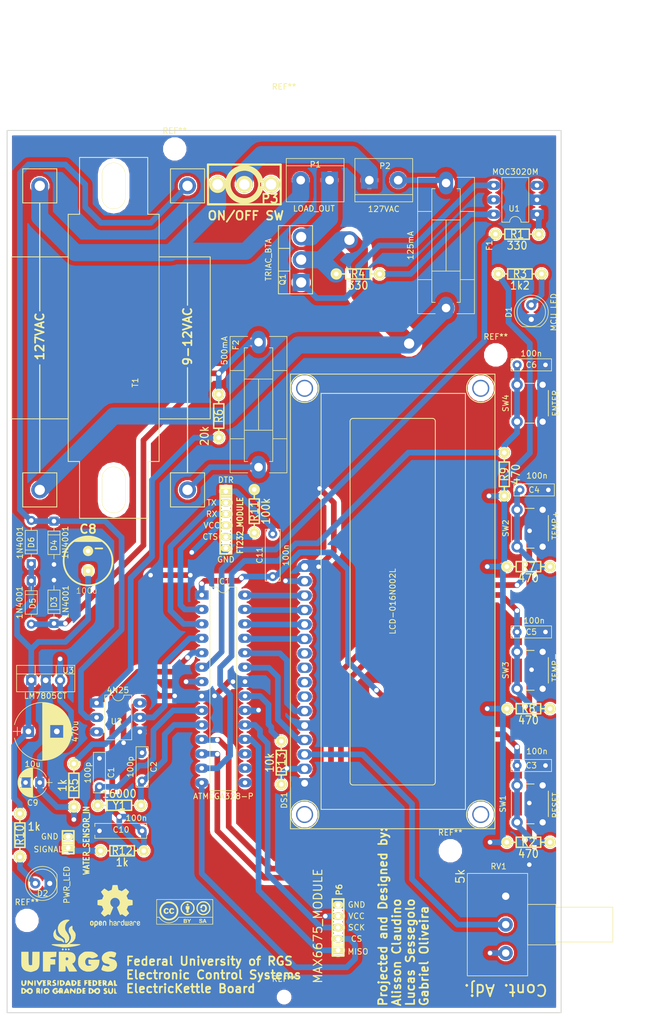
<source format=kicad_pcb>
(kicad_pcb (version 4) (host pcbnew 4.0.7-e2-6376~58~ubuntu14.04.1)
  (layers (0 F.Cu signal) (31 B.Cu signal) (34 B.Paste user) (35 F.Paste user) (36 B.SilkS user) (37 F.SilkS user) (38 B.Mask user) (39 F.Mask user) (44 Edge.Cuts user))
  (net 0 "")
  (net 1 GND)
  (net 2 XTAL1)
  (net 3 XTAL2)
  (net 4 ~RESET)
  (net 5 TEMP+)
  (net 6 TEMP-)
  (net 7 ENTER)
  (net 8 +9V)
  (net 9 VCC)
  (net 10 WATER_SENSOR)
  (net 11 DTR)
  (net 12 "Net-(D1-Pad2)")
  (net 13 "Net-(D2-Pad2)")
  (net 14 AC_PROBE_1)
  (net 15 AC_PROBE_2)
  (net 16 LCD_CONTRAST)
  (net 17 RS)
  (net 18 E)
  (net 19 DB0)
  (net 20 DB1)
  (net 21 DB2)
  (net 22 DB3)
  (net 23 POWER_IN1)
  (net 24 "Net-(F1-Pad1)")
  (net 25 "Net-(F2-Pad1)")
  (net 26 RX)
  (net 27 TX)
  (net 28 WAVE_FEEDBACK)
  (net 29 MISO)
  (net 30 SCK)
  (net 31 POWER_CTRL)
  (net 32 ~CS)
  (net 33 "Net-(P2-Pad1)")
  (net 34 POWER_IN2)
  (net 35 CTS)
  (net 36 "Net-(P5-Pad1)")
  (net 37 "Net-(Q1-Pad1)")
  (net 38 "Net-(R1-Pad1)")
  (net 39 "Net-(R4-Pad2)")
  (net 40 "Net-(R6-Pad2)")
  (net 41 "Net-(IC1-Pad21)")
  (net 42 "Net-(P1-Pad1)")
  (module Mounting_Holes:MountingHole_2.2mm_M2 (layer F.Cu) (at 83.5 33.5)
    (fp_text reference REF** (at 0 -3.2) (layer F.SilkS))
    (fp_text value MountingHole_2.2mm_M2 hide)
    (pad "" np_thru_hole circle (at 0 0) (size 2.52 2.52) (drill 2.52) (layers *.Cu *.Mask))
  )
  (module Mounting_Holes:MountingHole_2.2mm_M2 (layer F.Cu) (at 140 69.75)
    (fp_text reference REF** (at 0 -3.2) (layer F.SilkS))
    (fp_text value MountingHole_2.2mm_M2 hide)
    (pad "" np_thru_hole circle (at 0 0) (size 2.52 2.52) (drill 2.52) (layers *.Cu *.Mask))
  )
  (module Mounting_Holes:MountingHole_2.2mm_M2 (layer F.Cu) (at 57.5 169.25)
    (fp_text reference REF** (at 0 -3.2) (layer F.SilkS))
    (fp_text value MountingHole_2.2mm_M2 hide)
    (pad "" np_thru_hole circle (at 0 0) (size 2.52 2.52) (drill 2.52) (layers *.Cu *.Mask))
  )
  (module Mounting_Holes:MountingHole_2.2mm_M2 (layer F.Cu) (at 132 157)
    (fp_text reference REF** (at 0 -3.2) (layer F.SilkS))
    (fp_text value MountingHole_2.2mm_M2 hide)
    (pad "" np_thru_hole circle (at 0 0) (size 2.52 2.52) (drill 2.52) (layers *.Cu *.Mask))
  )
  (module Mounting_Holes:MountingHole_2.2mm_M2 (layer F.Cu) (at 102.75 182.75)
    (fp_text reference REF** (at 0 -3.2) (layer F.SilkS))
    (fp_text value MountingHole_2.2mm_M2 hide)
    (pad "" np_thru_hole circle (at 0 0) (size 1 1) (drill 1) (layers *.Cu *.Mask))
  )
  (module Transformers_THT:9V_transformer (layer F.Cu) (at 72.75 67 90)
    (fp_text reference T1 (at -7.62 3.81 90) (layer F.SilkS))
    (fp_text value 127:9)
    (pad "" thru_hole oval (at -26.5 0 90) (size 8 4) (drill oval 8 4) (layers *.Cu *.Mask))
    (pad 1 thru_hole circle (at -26.5 -13 90) (size 3 3) (drill 1.8) (layers *.Mask B.Cu) (net 23 POWER_IN1))
    (pad 2 thru_hole circle (at 27 -13 90) (size 3 3) (drill 1.8) (layers *.Mask B.Cu) (net 34 POWER_IN2))
    (pad 3 thru_hole circle (at 27 13 90) (size 3 3) (drill 1.8) (layers *.Mask B.Cu) (net 15 AC_PROBE_2))
    (pad 4 thru_hole circle (at -26.5 13 90) (size 3 3) (drill 1.8) (layers *.Mask B.Cu) (net 25 "Net-(F2-Pad1)"))
    (pad "" thru_hole oval (at 27 0 90) (size 8 4) (drill oval 8 4) (layers *.Cu *.Mask))
  )
  (module w_pin_strip:pin_socket_2mm_6 (layer F.Cu) (at 92.5 98.75 270)
    (fp_text reference P4 hide)
    (fp_text value FT232_MODULE (at 1 -2.5 270) (layer F.SilkS) (effects (font (size 1.016 0.889) (thickness 0.2032))))
    (pad 1 thru_hole rect (at -5 0 270) (size 1.3 1.8) (drill 0.8) (layers *.Mask B.Cu F.SilkS) (net 11 DTR))
    (pad 2 thru_hole oval (at -3 0 270) (size 1.3 1.8) (drill 0.8) (layers *.Mask B.Cu F.SilkS) (net 27 TX))
    (pad 3 thru_hole oval (at -1 0 270) (size 1.3 1.8) (drill 0.8) (layers *.Mask B.Cu F.SilkS) (net 26 RX))
    (pad 4 thru_hole oval (at 1 0 270) (size 1.3 1.8) (drill 0.8) (layers *.Mask B.Cu F.SilkS) (net 9 VCC))
    (pad 5 thru_hole oval (at 3 0 270) (size 1.3 1.8) (drill 0.8) (layers *.Mask B.Cu F.SilkS) (net 35 CTS))
    (pad 6 thru_hole oval (at 5 0 270) (size 1.3 1.8) (drill 0.8) (layers *.Mask B.Cu F.SilkS) (net 1 GND))
  )
  (module Capacitors_THT:CP_Radial_D5.0mm_P2.50mm (layer F.Cu) (at 59.75 145 180)
    (fp_text reference C9 (at 1.25 -3.56 180) (layer F.SilkS))
    (fp_text value 10u (at 1.25 3.25 180) (layer F.SilkS))
    (pad 1 thru_hole rect (at 0 0 180) (size 1.6 1.6) (drill 0.8) (layers *.Mask B.Cu) (net 9 VCC))
    (pad 2 thru_hole circle (at 2.5 0 180) (size 1.6 1.6) (drill 0.8) (layers *.Mask B.Cu) (net 1 GND))
  )
  (module Capacitors_THT:CP_Radial_D10.0mm_P5.00mm (layer F.Cu) (at 57.75 136)
    (fp_text reference C7 (at 4.25 -3) (layer F.SilkS))
    (fp_text value 470u (at 8.25 0 270) (layer F.SilkS))
    (pad 1 thru_hole rect (at 0 0) (size 2 2) (drill 1) (layers *.Mask B.Cu) (net 8 +9V))
    (pad 2 thru_hole circle (at 5 0) (size 2 2) (drill 1) (layers *.Mask B.Cu) (net 1 GND))
  )
  (module Connectors:bornier2 (layer F.Cu) (at 110.75 39 180)
    (fp_text reference P1 (at 2.5 2.75 180) (layer F.SilkS))
    (fp_text value LOAD_OUT (at 2.75 -5 360) (layer F.SilkS))
    (pad 1 thru_hole rect (at 0 0 180) (size 3 3) (drill 1.52) (layers *.Mask B.Cu) (net 42 "Net-(P1-Pad1)"))
    (pad 2 thru_hole circle (at 5.08 0 180) (size 3 3) (drill 1.52) (layers *.Mask B.Cu) (net 34 POWER_IN2))
  )
  (module TO_SOT_Packages_THT:TO-220_Vertical (layer F.Cu) (at 105.75 56 90)
    (fp_text reference Q1 (at -0.5 -3.25 90) (layer F.SilkS))
    (fp_text value TRIAC_BTA (at 3 -5.75 90) (layer F.SilkS))
    (pad 1 thru_hole rect (at -1 0 90) (size 3 3) (drill 1.8) (layers *.Mask B.Cu) (net 37 "Net-(Q1-Pad1)"))
    (pad 2 thru_hole oval (at 3 0 90) (size 3 3) (drill 1.8) (layers *.Mask B.Cu) (net 23 POWER_IN1))
    (pad 3 thru_hole oval (at 7 0 90) (size 3 3) (drill 1.8) (layers *.Mask B.Cu) (net 42 "Net-(P1-Pad1)"))
  )
  (module Connectors:bornier2 (layer F.Cu) (at 117.75 39)
    (fp_text reference P2 (at 2.75 -2.5) (layer F.SilkS))
    (fp_text value 127VAC (at 2.54 5.08) (layer F.SilkS))
    (pad 1 thru_hole rect (at 0 0) (size 3 3) (drill 1.52) (layers *.Mask B.Cu) (net 33 "Net-(P2-Pad1)"))
    (pad 2 thru_hole circle (at 5.08 0) (size 3 3) (drill 1.52) (layers *.Mask B.Cu) (net 24 "Net-(F1-Pad1)"))
  )
  (module w_pth_resistors:RC03 (layer F.Cu) (at 143.75 48.5 180)
    (fp_text reference R1 (at 0 0 180) (layer F.SilkS) (effects (font (size 1.397 1.27) (thickness 0.2032))))
    (fp_text value 330 (at 0 -2 180) (layer F.SilkS) (effects (font (size 1.397 1.27) (thickness 0.2032))))
    (pad 1 thru_hole circle (at -3.81 0 180) (size 1.99898 1.99898) (drill 0.8001) (layers *.Mask B.Cu F.SilkS) (net 38 "Net-(R1-Pad1)"))
    (pad 2 thru_hole circle (at 3.81 0 180) (size 1.99898 1.99898) (drill 0.8001) (layers *.Mask B.Cu F.SilkS) (net 31 POWER_CTRL))
  )
  (module w_pth_resistors:RC03 (layer F.Cu) (at 145.75 155.5)
    (fp_text reference R2 (at 0 0) (layer F.SilkS) (effects (font (size 1.397 1.27) (thickness 0.2032))))
    (fp_text value 470 (at 0 2.032) (layer F.SilkS) (effects (font (size 1.397 1.27) (thickness 0.2032))))
    (pad 1 thru_hole circle (at -3.81 0) (size 1.99898 1.99898) (drill 0.8001) (layers *.Mask B.Cu F.SilkS) (net 9 VCC))
    (pad 2 thru_hole circle (at 3.81 0) (size 1.99898 1.99898) (drill 0.8001) (layers *.Mask B.Cu F.SilkS) (net 4 ~RESET))
  )
  (module w_pth_resistors:RC03 (layer F.Cu) (at 144.25 55.5)
    (fp_text reference R3 (at 0 0) (layer F.SilkS) (effects (font (size 1.397 1.27) (thickness 0.2032))))
    (fp_text value 1k2 (at 0 2.032) (layer F.SilkS) (effects (font (size 1.397 1.27) (thickness 0.2032))))
    (pad 1 thru_hole circle (at -3.81 0) (size 1.99898 1.99898) (drill 0.8001) (layers *.Mask B.Cu F.SilkS) (net 9 VCC))
    (pad 2 thru_hole circle (at 3.81 0) (size 1.99898 1.99898) (drill 0.8001) (layers *.Mask B.Cu F.SilkS) (net 12 "Net-(D1-Pad2)"))
  )
  (module w_pth_resistors:RC03 (layer F.Cu) (at 115.75 55.5)
    (fp_text reference R4 (at 0 0) (layer F.SilkS) (effects (font (size 1.397 1.27) (thickness 0.2032))))
    (fp_text value 330 (at 0 2.032) (layer F.SilkS) (effects (font (size 1.397 1.27) (thickness 0.2032))))
    (pad 1 thru_hole circle (at -3.81 0) (size 1.99898 1.99898) (drill 0.8001) (layers *.Mask B.Cu F.SilkS) (net 23 POWER_IN1))
    (pad 2 thru_hole circle (at 3.81 0) (size 1.99898 1.99898) (drill 0.8001) (layers *.Mask B.Cu F.SilkS) (net 39 "Net-(R4-Pad2)"))
  )
  (module w_pth_resistors:RC03 (layer F.Cu) (at 65.75 145.5 90)
    (fp_text reference R5 (at 0 0 90) (layer F.SilkS) (effects (font (size 1.397 1.27) (thickness 0.2032))))
    (fp_text value 1k (at 0 -2 90) (layer F.SilkS) (effects (font (size 1.397 1.27) (thickness 0.2032))))
    (pad 1 thru_hole circle (at -3.81 0 90) (size 1.99898 1.99898) (drill 0.8001) (layers *.Mask B.Cu F.SilkS) (net 9 VCC))
    (pad 2 thru_hole circle (at 3.81 0 90) (size 1.99898 1.99898) (drill 0.8001) (layers *.Mask B.Cu F.SilkS) (net 28 WAVE_FEEDBACK))
  )
  (module w_pth_resistors:RC03 (layer F.Cu) (at 91.25 80.5 270)
    (fp_text reference R6 (at 0 0 270) (layer F.SilkS) (effects (font (size 1.397 1.27) (thickness 0.2032))))
    (fp_text value 20k (at 3.5 2.5 270) (layer F.SilkS) (effects (font (size 1.397 1.27) (thickness 0.2032))))
    (pad 1 thru_hole circle (at -3.81 0 270) (size 1.99898 1.99898) (drill 0.8001) (layers *.Mask B.Cu F.SilkS) (net 14 AC_PROBE_1))
    (pad 2 thru_hole circle (at 3.81 0 270) (size 1.99898 1.99898) (drill 0.8001) (layers *.Mask B.Cu F.SilkS) (net 40 "Net-(R6-Pad2)"))
  )
  (module w_pth_resistors:RC03 (layer F.Cu) (at 145.75 107)
    (fp_text reference R7 (at 0 0) (layer F.SilkS) (effects (font (size 1.397 1.27) (thickness 0.2032))))
    (fp_text value 470 (at 0 2.032) (layer F.SilkS) (effects (font (size 1.397 1.27) (thickness 0.2032))))
    (pad 1 thru_hole circle (at -3.81 0) (size 1.99898 1.99898) (drill 0.8001) (layers *.Mask B.Cu F.SilkS) (net 9 VCC))
    (pad 2 thru_hole circle (at 3.81 0) (size 1.99898 1.99898) (drill 0.8001) (layers *.Mask B.Cu F.SilkS) (net 5 TEMP+))
  )
  (module w_pth_resistors:RC03 (layer F.Cu) (at 145.75 132)
    (fp_text reference R8 (at 0 0) (layer F.SilkS) (effects (font (size 1.397 1.27) (thickness 0.2032))))
    (fp_text value 470 (at 0 2.032) (layer F.SilkS) (effects (font (size 1.397 1.27) (thickness 0.2032))))
    (pad 1 thru_hole circle (at -3.81 0) (size 1.99898 1.99898) (drill 0.8001) (layers *.Mask B.Cu F.SilkS) (net 9 VCC))
    (pad 2 thru_hole circle (at 3.81 0) (size 1.99898 1.99898) (drill 0.8001) (layers *.Mask B.Cu F.SilkS) (net 6 TEMP-))
  )
  (module w_pth_resistors:RC03 (layer F.Cu) (at 141.5 90.75 90)
    (fp_text reference R9 (at 0 0 90) (layer F.SilkS) (effects (font (size 1.397 1.27) (thickness 0.2032))))
    (fp_text value 470 (at 0 2.032 90) (layer F.SilkS) (effects (font (size 1.397 1.27) (thickness 0.2032))))
    (pad 1 thru_hole circle (at -3.81 0 90) (size 1.99898 1.99898) (drill 0.8001) (layers *.Mask B.Cu F.SilkS) (net 9 VCC))
    (pad 2 thru_hole circle (at 3.81 0 90) (size 1.99898 1.99898) (drill 0.8001) (layers *.Mask B.Cu F.SilkS) (net 7 ENTER))
  )
  (module w_pth_resistors:RC03 (layer F.Cu) (at 56.25 154.25 270)
    (fp_text reference R10 (at 0 0 270) (layer F.SilkS) (effects (font (size 1.397 1.27) (thickness 0.2032))))
    (fp_text value 1k (at -1.5 -2.5 360) (layer F.SilkS) (effects (font (size 1.397 1.27) (thickness 0.2032))))
    (pad 1 thru_hole circle (at -3.81 0 270) (size 1.99898 1.99898) (drill 0.8001) (layers *.Mask B.Cu F.SilkS) (net 8 +9V))
    (pad 2 thru_hole circle (at 3.81 0 270) (size 1.99898 1.99898) (drill 0.8001) (layers *.Mask B.Cu F.SilkS) (net 13 "Net-(D2-Pad2)"))
  )
  (module w_pth_resistors:RC03 (layer F.Cu) (at 97.5 97.25 90)
    (fp_text reference R11 (at 0 0 90) (layer F.SilkS) (effects (font (size 1.397 1.27) (thickness 0.2032))))
    (fp_text value 100k (at 0 2.032 90) (layer F.SilkS) (effects (font (size 1.397 1.27) (thickness 0.2032))))
    (pad 1 thru_hole circle (at -3.81 0 90) (size 1.99898 1.99898) (drill 0.8001) (layers *.Mask B.Cu F.SilkS) (net 35 CTS))
    (pad 2 thru_hole circle (at 3.81 0 90) (size 1.99898 1.99898) (drill 0.8001) (layers *.Mask B.Cu F.SilkS) (net 1 GND))
  )
  (module w_pth_resistors:RC03 (layer F.Cu) (at 74.25 157)
    (fp_text reference R12 (at 0 0) (layer F.SilkS) (effects (font (size 1.397 1.27) (thickness 0.2032))))
    (fp_text value 1k (at 0 2.032) (layer F.SilkS) (effects (font (size 1.397 1.27) (thickness 0.2032))))
    (pad 1 thru_hole circle (at -3.81 0) (size 1.99898 1.99898) (drill 0.8001) (layers *.Mask B.Cu F.SilkS) (net 36 "Net-(P5-Pad1)"))
    (pad 2 thru_hole circle (at 3.81 0) (size 1.99898 1.99898) (drill 0.8001) (layers *.Mask B.Cu F.SilkS) (net 10 WATER_SENSOR))
  )
  (module Potentiometers:Potentiometer_Alps_RK163_Single_Vertical (layer F.Cu) (at 141.75 175)
    (fp_text reference RV1 (at -1.25 -15.25) (layer F.SilkS))
    (fp_text value 5k (at -8 -13.5 90) (layer F.SilkS) (effects (font (size 1.5 1.5) (thickness 0.2))))
    (pad 3 thru_hole circle (at 0 -10) (size 2.5 2.5) (drill 1.3) (layers *.Mask B.Cu) (net 1 GND))
    (pad 2 thru_hole circle (at 0 -5) (size 2.5 2.5) (drill 1.3) (layers *.Mask B.Cu) (net 16 LCD_CONTRAST))
    (pad 1 thru_hole circle (at 0 0) (size 2.5 2.5) (drill 1.3) (layers *.Mask B.Cu) (net 9 VCC))
  )
  (module w_pth_resistors:RC03 (layer F.Cu) (at 73.75 149 180)
    (fp_text reference Y1 (at 0 0 180) (layer F.SilkS) (effects (font (size 1.397 1.27) (thickness 0.2032))))
    (fp_text value 16000 (at 0 2.032 180) (layer F.SilkS) (effects (font (size 1.397 1.27) (thickness 0.2032))))
    (pad 1 thru_hole circle (at -3.81 0 180) (size 1.99898 1.99898) (drill 0.8001) (layers *.Mask B.Cu F.SilkS) (net 3 XTAL2))
    (pad 2 thru_hole circle (at 3.81 0 180) (size 1.99898 1.99898) (drill 0.8001) (layers *.Mask B.Cu F.SilkS) (net 2 XTAL1))
  )
  (module Buttons_Switches_THT:SW_PUSH_6mm (layer F.Cu) (at 143.75 81.5 90)
    (fp_text reference SW4 (at 3.25 -2 90) (layer F.SilkS))
    (fp_text value ENTER (at 3.25 6.75 90) (layer F.SilkS))
    (pad 2 thru_hole circle (at 0 4.5 180) (size 2 2) (drill 1.1) (layers *.Mask B.Cu) (net 1 GND))
    (pad 1 thru_hole circle (at 0 0 180) (size 2 2) (drill 1.1) (layers *.Mask B.Cu) (net 7 ENTER))
    (pad 2 thru_hole circle (at 6.5 4.5 180) (size 2 2) (drill 1.1) (layers *.Mask B.Cu) (net 1 GND))
    (pad 1 thru_hole circle (at 6.5 0 180) (size 2 2) (drill 1.1) (layers *.Mask B.Cu) (net 7 ENTER))
  )
  (module Buttons_Switches_THT:SW_PUSH_6mm (layer F.Cu) (at 143.75 128.5 90)
    (fp_text reference SW3 (at 3.25 -2 90) (layer F.SilkS))
    (fp_text value TEMP- (at 3.75 6.7 90) (layer F.SilkS))
    (pad 2 thru_hole circle (at 0 4.5 180) (size 2 2) (drill 1.1) (layers *.Mask B.Cu) (net 1 GND))
    (pad 1 thru_hole circle (at 0 0 180) (size 2 2) (drill 1.1) (layers *.Mask B.Cu) (net 6 TEMP-))
    (pad 2 thru_hole circle (at 6.5 4.5 180) (size 2 2) (drill 1.1) (layers *.Mask B.Cu) (net 1 GND))
    (pad 1 thru_hole circle (at 6.5 0 180) (size 2 2) (drill 1.1) (layers *.Mask B.Cu) (net 6 TEMP-))
  )
  (module Buttons_Switches_THT:SW_PUSH_6mm (layer F.Cu) (at 143.75 103.5 90)
    (fp_text reference SW2 (at 3.25 -2 90) (layer F.SilkS))
    (fp_text value TEMP+ (at 3.75 6.7 90) (layer F.SilkS))
    (pad 2 thru_hole circle (at 0 4.5 180) (size 2 2) (drill 1.1) (layers *.Mask B.Cu) (net 1 GND))
    (pad 1 thru_hole circle (at 0 0 180) (size 2 2) (drill 1.1) (layers *.Mask B.Cu) (net 5 TEMP+))
    (pad 2 thru_hole circle (at 6.5 4.5 180) (size 2 2) (drill 1.1) (layers *.Mask B.Cu) (net 1 GND))
    (pad 1 thru_hole circle (at 6.5 0 180) (size 2 2) (drill 1.1) (layers *.Mask B.Cu) (net 5 TEMP+))
  )
  (module Buttons_Switches_THT:SW_PUSH_6mm (layer F.Cu) (at 148.25 145.5 270)
    (fp_text reference SW1 (at 3.25 7 270) (layer F.SilkS))
    (fp_text value RESET (at 3.5 -2.25 270) (layer F.SilkS))
    (pad 2 thru_hole circle (at 0 4.5) (size 2 2) (drill 1.1) (layers *.Mask B.Cu) (net 4 ~RESET))
    (pad 1 thru_hole circle (at 0 0) (size 2 2) (drill 1.1) (layers *.Mask B.Cu) (net 1 GND))
    (pad 2 thru_hole circle (at 6.5 4.5) (size 2 2) (drill 1.1) (layers *.Mask B.Cu) (net 4 ~RESET))
    (pad 1 thru_hole circle (at 6.5 0) (size 2 2) (drill 1.1) (layers *.Mask B.Cu) (net 1 GND))
  )
  (module Diodes_THT:D_DO-35_SOD27_P7.62mm_Horizontal (layer F.Cu) (at 58.25 106.5 90)
    (fp_text reference D6 (at 3.75 0 90) (layer F.SilkS))
    (fp_text value 1N4001 (at 3.75 -2 90) (layer F.SilkS))
    (pad 1 thru_hole rect (at 0 0 90) (size 1.6 1.6) (drill 0.8) (layers *.Mask B.Cu) (net 8 +9V))
    (pad 2 thru_hole oval (at 7.62 0 90) (size 1.6 1.6) (drill 0.8) (layers *.Mask B.Cu) (net 15 AC_PROBE_2))
  )
  (module Diodes_THT:D_DO-35_SOD27_P7.62mm_Horizontal (layer F.Cu) (at 58.25 109.5 270)
    (fp_text reference D5 (at 4 -0.25 270) (layer F.SilkS))
    (fp_text value 1N4001 (at 3.81 2.06 270) (layer F.SilkS))
    (pad 1 thru_hole rect (at 0 0 270) (size 1.6 1.6) (drill 0.8) (layers *.Mask B.Cu) (net 8 +9V))
    (pad 2 thru_hole oval (at 7.62 0 270) (size 1.6 1.6) (drill 0.8) (layers *.Mask B.Cu) (net 14 AC_PROBE_1))
  )
  (module Diodes_THT:D_DO-35_SOD27_P7.62mm_Horizontal (layer F.Cu) (at 62.25 99 270)
    (fp_text reference D4 (at 4.25 0 270) (layer F.SilkS))
    (fp_text value 1N4001 (at 3.75 -2 270) (layer F.SilkS))
    (pad 1 thru_hole rect (at 0 0 270) (size 1.6 1.6) (drill 0.8) (layers *.Mask B.Cu) (net 15 AC_PROBE_2))
    (pad 2 thru_hole oval (at 7.62 0 270) (size 1.6 1.6) (drill 0.8) (layers *.Mask B.Cu) (net 1 GND))
  )
  (module Diodes_THT:D_DO-35_SOD27_P7.62mm_Horizontal (layer F.Cu) (at 62.25 117 90)
    (fp_text reference D3 (at 3.75 0 90) (layer F.SilkS))
    (fp_text value 1N4001 (at 3.81 2.06 90) (layer F.SilkS))
    (pad 1 thru_hole rect (at 0 0 90) (size 1.6 1.6) (drill 0.8) (layers *.Mask B.Cu) (net 14 AC_PROBE_1))
    (pad 2 thru_hole oval (at 7.62 0 90) (size 1.6 1.6) (drill 0.8) (layers *.Mask B.Cu) (net 1 GND))
  )
  (module Housings_DIP:DIP-6_W7.62mm_LongPads (layer F.Cu) (at 69.75 131)
    (fp_text reference U2 (at 3.5 3.25) (layer F.SilkS))
    (fp_text value 4N25 (at 3.75 -2.25) (layer F.SilkS))
    (pad 1 thru_hole rect (at 0 0) (size 2.4 1.6) (drill 0.8) (layers *.Mask B.Cu) (net 40 "Net-(R6-Pad2)"))
    (pad 4 thru_hole oval (at 7.62 5.08) (size 2.4 1.6) (drill 0.8) (layers *.Mask B.Cu) (net 1 GND))
    (pad 2 thru_hole oval (at 0 2.54) (size 2.4 1.6) (drill 0.8) (layers *.Mask B.Cu) (net 15 AC_PROBE_2))
    (pad 5 thru_hole oval (at 7.62 2.54) (size 2.4 1.6) (drill 0.8) (layers *.Mask B.Cu) (net 28 WAVE_FEEDBACK))
    (pad 3 thru_hole oval (at 0 5.08) (size 2.4 1.6) (drill 0.8) (layers *.Mask B.Cu))
    (pad 6 thru_hole oval (at 7.62 0) (size 2.4 1.6) (drill 0.8) (layers *.Mask B.Cu))
  )
  (module Housings_DIP:DIP-6_W7.62mm_LongPads (layer F.Cu) (at 147.25 45 180)
    (fp_text reference U1 (at 4 1 180) (layer F.SilkS))
    (fp_text value MOC3020M (at 3.81 7.47 180) (layer F.SilkS))
    (pad 1 thru_hole rect (at 0 0 180) (size 2.4 1.6) (drill 0.8) (layers *.Mask B.Cu) (net 38 "Net-(R1-Pad1)"))
    (pad 4 thru_hole oval (at 7.62 5.08 180) (size 2.4 1.6) (drill 0.8) (layers *.Mask B.Cu) (net 37 "Net-(Q1-Pad1)"))
    (pad 2 thru_hole oval (at 0 2.54 180) (size 2.4 1.6) (drill 0.8) (layers *.Mask B.Cu) (net 1 GND))
    (pad 5 thru_hole oval (at 7.62 2.54 180) (size 2.4 1.6) (drill 0.8) (layers *.Mask B.Cu))
    (pad 3 thru_hole oval (at 0 5.08 180) (size 2.4 1.6) (drill 0.8) (layers *.Mask B.Cu))
    (pad 6 thru_hole oval (at 7.62 0 180) (size 2.4 1.6) (drill 0.8) (layers *.Mask B.Cu) (net 39 "Net-(R4-Pad2)"))
  )
  (module TO_SOT_Packages_THT:TO-220_Vertical (layer F.Cu) (at 58.25 127)
    (fp_text reference U3 (at 6.5 -1.75) (layer F.SilkS))
    (fp_text value LM7805CT (at 2.5 2.75) (layer F.SilkS))
    (pad 1 thru_hole rect (at 0 0) (size 1.8 1.8) (drill 1) (layers *.Mask B.Cu) (net 8 +9V))
    (pad 2 thru_hole oval (at 2.54 0) (size 1.8 1.8) (drill 1) (layers *.Mask B.Cu) (net 1 GND))
    (pad 3 thru_hole oval (at 5.08 0) (size 1.8 1.8) (drill 1) (layers *.Mask B.Cu) (net 9 VCC))
  )
  (module Fuse_Holders_and_Fuses:Fuseholder5x20_horiz_SemiClosed_Casing10x25mm (layer F.Cu) (at 98.25 89.5 90)
    (fp_text reference F2 (at 21.5 -4 90) (layer F.SilkS))
    (fp_text value 500mA (at 20.5 -6 90) (layer F.SilkS))
    (pad 2 thru_hole oval (at 22 0) (size 2.5 4) (drill 1.5) (layers *.Mask B.Cu) (net 14 AC_PROBE_1))
    (pad 1 thru_hole oval (at 0 0) (size 2.5 4) (drill 1.5) (layers *.Mask B.Cu) (net 25 "Net-(F2-Pad1)"))
  )
  (module Fuse_Holders_and_Fuses:Fuseholder5x20_horiz_SemiClosed_Casing10x25mm (layer F.Cu) (at 131.25 39.5 270)
    (fp_text reference F1 (at 11 -7.62 270) (layer F.SilkS))
    (fp_text value 125mA (at 11 6.25 270) (layer F.SilkS))
    (pad 2 thru_hole oval (at 22 0 180) (size 2.5 4) (drill 1.5) (layers *.Mask B.Cu) (net 23 POWER_IN1))
    (pad 1 thru_hole oval (at 0 0 180) (size 2.5 4) (drill 1.5) (layers *.Mask B.Cu) (net 24 "Net-(F1-Pad1)"))
  )
  (module LEDs:LED_D5.0mm (layer F.Cu) (at 61.5 162.75 180)
    (fp_text reference D2 (at 1.25 -1.75 180) (layer F.SilkS))
    (fp_text value PWR_LED (at -3 -0.25 270) (layer F.SilkS))
    (pad 1 thru_hole rect (at 0 0 180) (size 1.8 1.8) (drill 0.9) (layers *.Mask B.Cu) (net 1 GND))
    (pad 2 thru_hole circle (at 2.54 0 180) (size 1.8 1.8) (drill 0.9) (layers *.Mask B.Cu) (net 13 "Net-(D2-Pad2)"))
  )
  (module LEDs:LED_D5.0mm (layer F.Cu) (at 146.25 63.5 90)
    (fp_text reference D1 (at 1.27 -3.96 90) (layer F.SilkS))
    (fp_text value MCU_LED (at 1.27 3.96 90) (layer F.SilkS))
    (pad 1 thru_hole rect (at 0 0 90) (size 1.8 1.8) (drill 0.9) (layers *.Mask B.Cu) (net 1 GND))
    (pad 2 thru_hole circle (at 2.54 0 90) (size 1.8 1.8) (drill 0.9) (layers *.Mask B.Cu) (net 12 "Net-(D1-Pad2)"))
  )
  (module Displays:WC1602A (layer F.Cu) (at 106.358 145.122 90)
    (fp_text reference DS1 (at -2.99974 -3.59918 90) (layer F.SilkS))
    (fp_text value LCD-016N002L (at 31.99892 15.49908 90) (layer F.SilkS))
    (pad 1 thru_hole oval (at 0 0 90) (size 1.8 2.6) (drill 1.2) (layers *.Mask B.Cu) (net 1 GND))
    (pad 2 thru_hole oval (at 2.54 0 90) (size 1.8 2.6) (drill 1.2) (layers *.Mask B.Cu) (net 9 VCC))
    (pad 3 thru_hole oval (at 5.08 0 90) (size 1.8 2.6) (drill 1.2) (layers *.Mask B.Cu) (net 16 LCD_CONTRAST))
    (pad 4 thru_hole oval (at 7.62 0 90) (size 1.8 2.6) (drill 1.2) (layers *.Mask B.Cu) (net 17 RS))
    (pad 5 thru_hole oval (at 10.16 0 90) (size 1.8 2.6) (drill 1.2) (layers *.Mask B.Cu) (net 1 GND))
    (pad 6 thru_hole oval (at 12.7 0 90) (size 1.8 2.6) (drill 1.2) (layers *.Mask B.Cu) (net 18 E))
    (pad 7 thru_hole oval (at 15.24 0 90) (size 1.8 2.6) (drill 1.2) (layers *.Mask B.Cu))
    (pad 8 thru_hole oval (at 17.78 0 90) (size 1.8 2.6) (drill 1.2) (layers *.Mask B.Cu))
    (pad 9 thru_hole oval (at 20.32 0 90) (size 1.8 2.6) (drill 1.2) (layers *.Mask B.Cu))
    (pad 10 thru_hole oval (at 22.86 0 90) (size 1.8 2.6) (drill 1.2) (layers *.Mask B.Cu))
    (pad 11 thru_hole oval (at 25.4 0 90) (size 1.8 2.6) (drill 1.2) (layers *.Mask B.Cu) (net 19 DB0))
    (pad 12 thru_hole oval (at 27.94 0 90) (size 1.8 2.6) (drill 1.2) (layers *.Mask B.Cu) (net 20 DB1))
    (pad 13 thru_hole oval (at 30.48 0 90) (size 1.8 2.6) (drill 1.2) (layers *.Mask B.Cu) (net 21 DB2))
    (pad 14 thru_hole oval (at 33.02 0 90) (size 1.8 2.6) (drill 1.2) (layers *.Mask B.Cu) (net 22 DB3))
    (pad 15 thru_hole oval (at 35.56 0 90) (size 1.8 2.6) (drill 1.2) (layers *.Mask B.Cu) (net 9 VCC))
    (pad 16 thru_hole oval (at 38.1 0 90) (size 1.8 2.6) (drill 1.2) (layers *.Mask B.Cu) (net 1 GND))
    (pad 0 thru_hole circle (at -5.4991 0 90) (size 3 3) (drill 2.5) (layers *.Cu *.Mask))
    (pad 0 thru_hole circle (at -5.4991 31.0007 90) (size 3 3) (drill 2.5) (layers *.Cu *.Mask))
    (pad 0 thru_hole circle (at 69.49948 31.0007 90) (size 3 3) (drill 2.5) (layers *.Cu *.Mask))
    (pad 0 thru_hole circle (at 69.49948 0 90) (size 3 3) (drill 2.5) (layers *.Cu *.Mask))
  )
  (module Housings_DIP:DIP-28_W7.62mm_LongPads (layer F.Cu) (at 88.25 112)
    (fp_text reference IC1 (at 3.81 -2.39) (layer F.SilkS))
    (fp_text value ATMEGA328-P (at 3.81 35.41) (layer F.SilkS))
    (pad 1 thru_hole rect (at 0 0) (size 2.4 1.6) (drill 0.8) (layers *.Mask B.Cu) (net 4 ~RESET))
    (pad 15 thru_hole oval (at 7.62 33.02) (size 2.4 1.6) (drill 0.8) (layers *.Mask B.Cu))
    (pad 2 thru_hole oval (at 0 2.54) (size 2.4 1.6) (drill 0.8) (layers *.Mask B.Cu) (net 26 RX))
    (pad 16 thru_hole oval (at 7.62 30.48) (size 2.4 1.6) (drill 0.8) (layers *.Mask B.Cu))
    (pad 3 thru_hole oval (at 0 5.08) (size 2.4 1.6) (drill 0.8) (layers *.Mask B.Cu) (net 27 TX))
    (pad 17 thru_hole oval (at 7.62 27.94) (size 2.4 1.6) (drill 0.8) (layers *.Mask B.Cu))
    (pad 4 thru_hole oval (at 0 7.62) (size 2.4 1.6) (drill 0.8) (layers *.Mask B.Cu) (net 28 WAVE_FEEDBACK))
    (pad 18 thru_hole oval (at 7.62 25.4) (size 2.4 1.6) (drill 0.8) (layers *.Mask B.Cu) (net 29 MISO))
    (pad 5 thru_hole oval (at 0 10.16) (size 2.4 1.6) (drill 0.8) (layers *.Mask B.Cu) (net 10 WATER_SENSOR))
    (pad 19 thru_hole oval (at 7.62 22.86) (size 2.4 1.6) (drill 0.8) (layers *.Mask B.Cu) (net 30 SCK))
    (pad 6 thru_hole oval (at 0 12.7) (size 2.4 1.6) (drill 0.8) (layers *.Mask B.Cu) (net 31 POWER_CTRL))
    (pad 20 thru_hole oval (at 7.62 20.32) (size 2.4 1.6) (drill 0.8) (layers *.Mask B.Cu) (net 9 VCC))
    (pad 7 thru_hole oval (at 0 15.24) (size 2.4 1.6) (drill 0.8) (layers *.Mask B.Cu) (net 9 VCC))
    (pad 21 thru_hole oval (at 7.62 17.78) (size 2.4 1.6) (drill 0.8) (layers *.Mask B.Cu) (net 41 "Net-(IC1-Pad21)"))
    (pad 8 thru_hole oval (at 0 17.78) (size 2.4 1.6) (drill 0.8) (layers *.Mask B.Cu) (net 1 GND))
    (pad 22 thru_hole oval (at 7.62 15.24) (size 2.4 1.6) (drill 0.8) (layers *.Mask B.Cu) (net 1 GND))
    (pad 9 thru_hole oval (at 0 20.32) (size 2.4 1.6) (drill 0.8) (layers *.Mask B.Cu) (net 2 XTAL1))
    (pad 23 thru_hole oval (at 7.62 12.7) (size 2.4 1.6) (drill 0.8) (layers *.Mask B.Cu) (net 17 RS))
    (pad 10 thru_hole oval (at 0 22.86) (size 2.4 1.6) (drill 0.8) (layers *.Mask B.Cu) (net 3 XTAL2))
    (pad 24 thru_hole oval (at 7.62 10.16) (size 2.4 1.6) (drill 0.8) (layers *.Mask B.Cu) (net 18 E))
    (pad 11 thru_hole oval (at 0 25.4) (size 2.4 1.6) (drill 0.8) (layers *.Mask B.Cu) (net 5 TEMP+))
    (pad 25 thru_hole oval (at 7.62 7.62) (size 2.4 1.6) (drill 0.8) (layers *.Mask B.Cu) (net 19 DB0))
    (pad 12 thru_hole oval (at 0 27.94) (size 2.4 1.6) (drill 0.8) (layers *.Mask B.Cu) (net 6 TEMP-))
    (pad 26 thru_hole oval (at 7.62 5.08) (size 2.4 1.6) (drill 0.8) (layers *.Mask B.Cu) (net 20 DB1))
    (pad 13 thru_hole oval (at 0 30.48) (size 2.4 1.6) (drill 0.8) (layers *.Mask B.Cu) (net 7 ENTER))
    (pad 27 thru_hole oval (at 7.62 2.54) (size 2.4 1.6) (drill 0.8) (layers *.Mask B.Cu) (net 21 DB2))
    (pad 14 thru_hole oval (at 0 33.02) (size 2.4 1.6) (drill 0.8) (layers *.Mask B.Cu) (net 32 ~CS))
    (pad 28 thru_hole oval (at 7.62 0) (size 2.4 1.6) (drill 0.8) (layers *.Mask B.Cu) (net 22 DB3))
  )
  (module w_switch:switch_100sp5 (layer F.Cu) (at 95.75 39.75)
    (fp_text reference P3 (at 4.5 2.5) (layer F.SilkS) (effects (font (thickness 0.3048))))
    (fp_text value "ON/OFF SW" (at 0.25 5.5) (layer F.SilkS) (effects (font (thickness 0.3048))))
    (pad 1 thru_hole circle (at -4.699 0) (size 2.9972 2.9972) (drill 1.84658) (layers *.Mask B.Cu F.SilkS) (net 34 POWER_IN2))
    (pad 2 thru_hole circle (at 0 0) (size 2.9972 2.9972) (drill 1.84658) (layers *.Mask B.Cu F.SilkS) (net 33 "Net-(P2-Pad1)"))
    (pad 3 thru_hole circle (at 4.699 0) (size 2.9972 2.9972) (drill 1.84658) (layers *.Mask B.Cu F.SilkS))
  )
  (module w_pth_resistors:RC03 (layer F.Cu) (at 102.25 141.5 270)
    (fp_text reference R13 (at 0 0 270) (layer F.SilkS) (effects (font (size 1.397 1.27) (thickness 0.2032))))
    (fp_text value 10k (at 0 2.032 270) (layer F.SilkS) (effects (font (size 1.397 1.27) (thickness 0.2032))))
    (pad 1 thru_hole circle (at -3.81 0 270) (size 1.99898 1.99898) (drill 0.8001) (layers *.Mask B.Cu F.SilkS) (net 41 "Net-(IC1-Pad21)"))
    (pad 2 thru_hole circle (at 3.81 0 270) (size 1.99898 1.99898) (drill 0.8001) (layers *.Mask B.Cu F.SilkS) (net 9 VCC))
  )
  (module w_pin_strip:pin_strip_2mm_2 (layer F.Cu) (at 64.75 155.5 90)
    (fp_text reference P5 hide)
    (fp_text value WATER_SENSOR_IN (at 0.3 3.2 90) (layer F.SilkS) (effects (font (size 1.016 0.889) (thickness 0.2032))))
    (pad 1 thru_hole rect (at -1 0 90) (size 1.3 1.8) (drill 0.8) (layers *.Mask B.Cu F.SilkS) (net 36 "Net-(P5-Pad1)"))
    (pad 2 thru_hole oval (at 1 0 90) (size 1.3 1.8) (drill 0.8) (layers *.Mask B.Cu F.SilkS) (net 1 GND))
  )
  (module w_capacitors:CP_8x20mm (layer F.Cu) (at 68.25 106)
    (fp_text reference C8 (at 0 -5.6) (layer F.SilkS) (effects (font (thickness 0.3048))))
    (fp_text value 100u (at -0.25 5.25) (layer F.SilkS) (effects (font (thickness 0.1))))
    (pad 1 thru_hole rect (at 0 1.75) (size 1.8 1.8) (drill 0.8) (layers *.Mask B.Cu F.SilkS) (net 8 +9V))
    (pad 2 thru_hole circle (at 0 -1.75) (size 1.8 1.8) (drill 0.8) (layers *.Mask B.Cu F.SilkS) (net 1 GND))
  )
  (module Capacitors_THT:C_Rect_L9.0mm_W2.5mm_P7.50mm_MKT (layer F.Cu) (at 100.75 108.75 90)
    (fp_text reference C11 (at 3.75 -2.31 90) (layer F.SilkS))
    (fp_text value 100n (at 3.75 2.31 90) (layer F.SilkS))
    (pad 1 thru_hole circle (at 0 0 90) (size 1.6 1.6) (drill 0.8) (layers *.Mask B.Cu) (net 4 ~RESET))
    (pad 2 thru_hole circle (at 7.5 0 90) (size 1.6 1.6) (drill 0.8) (layers *.Mask B.Cu) (net 11 DTR))
  )
  (module Capacitors_THT:C_Rect_L9.0mm_W2.5mm_P7.50mm_MKT (layer F.Cu) (at 77.75 153.5 180)
    (fp_text reference C10 (at 3.7 0.2 180) (layer F.SilkS))
    (fp_text value 100n (at 1 2.25 180) (layer F.SilkS))
    (pad 1 thru_hole circle (at 0 0 180) (size 1.6 1.6) (drill 0.8) (layers *.Mask B.Cu) (net 10 WATER_SENSOR))
    (pad 2 thru_hole circle (at 7.5 0 180) (size 1.6 1.6) (drill 0.8) (layers *.Mask B.Cu) (net 1 GND))
  )
  (module Capacitors_THT:C_Rect_L7.0mm_W2.0mm_P5.00mm (layer F.Cu) (at 70.25 140.75 270)
    (fp_text reference C1 (at 2.5 -2.06 270) (layer F.SilkS))
    (fp_text value 100p (at 2.5 2.06 270) (layer F.SilkS))
    (pad 1 thru_hole circle (at 0 0 270) (size 1.6 1.6) (drill 0.8) (layers *.Mask B.Cu) (net 1 GND))
    (pad 2 thru_hole circle (at 5 0 270) (size 1.6 1.6) (drill 0.8) (layers *.Mask B.Cu) (net 2 XTAL1))
  )
  (module Capacitors_THT:C_Rect_L7.0mm_W2.0mm_P5.00mm (layer F.Cu) (at 77.75 139.75 270)
    (fp_text reference C2 (at 2.5 -2.06 270) (layer F.SilkS))
    (fp_text value 100p (at 2.5 2.06 270) (layer F.SilkS))
    (pad 1 thru_hole circle (at 0 0 270) (size 1.6 1.6) (drill 0.8) (layers *.Mask B.Cu) (net 1 GND))
    (pad 2 thru_hole circle (at 5 0 270) (size 1.6 1.6) (drill 0.8) (layers *.Mask B.Cu) (net 3 XTAL2))
  )
  (module Capacitors_THT:C_Rect_L7.0mm_W2.0mm_P5.00mm (layer F.Cu) (at 143.75 142)
    (fp_text reference C3 (at 2.5 0) (layer F.SilkS))
    (fp_text value 100n (at 3.5 -2.5) (layer F.SilkS))
    (pad 1 thru_hole circle (at 0 0) (size 1.6 1.6) (drill 0.8) (layers *.Mask B.Cu) (net 4 ~RESET))
    (pad 2 thru_hole circle (at 5 0) (size 1.6 1.6) (drill 0.8) (layers *.Mask B.Cu) (net 1 GND))
  )
  (module Capacitors_THT:C_Rect_L7.0mm_W2.0mm_P5.00mm (layer F.Cu) (at 144.25 93.5)
    (fp_text reference C4 (at 2.5 0) (layer F.SilkS))
    (fp_text value 100n (at 3 -2.5) (layer F.SilkS))
    (pad 1 thru_hole circle (at 0 0) (size 1.6 1.6) (drill 0.8) (layers *.Mask B.Cu) (net 5 TEMP+))
    (pad 2 thru_hole circle (at 5 0) (size 1.6 1.6) (drill 0.8) (layers *.Mask B.Cu) (net 1 GND))
  )
  (module Capacitors_THT:C_Rect_L7.0mm_W2.0mm_P5.00mm (layer F.Cu) (at 143.75 118.5)
    (fp_text reference C5 (at 2.5 0) (layer F.SilkS))
    (fp_text value 100n (at 3 -2) (layer F.SilkS))
    (pad 1 thru_hole circle (at 0 0) (size 1.6 1.6) (drill 0.8) (layers *.Mask B.Cu) (net 6 TEMP-))
    (pad 2 thru_hole circle (at 5 0) (size 1.6 1.6) (drill 0.8) (layers *.Mask B.Cu) (net 1 GND))
  )
  (module Capacitors_THT:C_Rect_L7.0mm_W2.0mm_P5.00mm (layer F.Cu) (at 143.75 71.5)
    (fp_text reference C6 (at 2.5 0) (layer F.SilkS))
    (fp_text value 100n (at 2.5 -2) (layer F.SilkS))
    (pad 1 thru_hole circle (at 0 0) (size 1.6 1.6) (drill 0.8) (layers *.Mask B.Cu) (net 7 ENTER))
    (pad 2 thru_hole circle (at 5 0) (size 1.6 1.6) (drill 0.8) (layers *.Mask B.Cu) (net 1 GND))
  )
  (module Symbols:OSHW-Logo2_9.8x8mm_SilkScreen (layer F.Cu) (at 73 166.75)
    (fp_text reference REF*** hide)
    (fp_text value OSHW-Logo2_9.8x8mm_SilkScreen hide)
  )
  (module w_logo:Logo_silk_CC-BY-SA_10x4.5mm (layer F.Cu) (at 85.25 167.75)
    (fp_text reference G*** hide)
    (fp_text value LOGO hide)
  )
  (module Symbols:ufrgs (layer F.Cu) (at 65.05 175.8)
    (fp_text reference G*** hide)
    (fp_text value LOGO hide)
  )
  (module w_pin_strip:pin_socket_2mm_5 (layer F.Cu) (at 112.25 170.5 90)
    (fp_text reference P6 (at 6.65 0.2 90) (layer F.SilkS) (effects (font (size 1.016 1.016) (thickness 0.2032))))
    (fp_text value MAX6675_MODULE (at 0.254 -3.556 90) (layer F.SilkS) (effects (font (size 1.5 1.5) (thickness 0.2032))))
    (pad 1 thru_hole rect (at -4 0 90) (size 1.3 1.8) (drill 0.8) (layers *.Mask B.Cu F.SilkS) (net 29 MISO))
    (pad 2 thru_hole oval (at -2 0 90) (size 1.3 1.8) (drill 0.8) (layers *.Mask B.Cu F.SilkS) (net 32 ~CS))
    (pad 3 thru_hole oval (at 0 0 90) (size 1.3 1.8) (drill 0.8) (layers *.Mask B.Cu F.SilkS) (net 30 SCK))
    (pad 4 thru_hole oval (at 2 0 90) (size 1.3 1.8) (drill 0.8) (layers *.Mask B.Cu F.SilkS) (net 9 VCC))
    (pad 5 thru_hole oval (at 4 0 90) (size 1.3 1.8) (drill 0.8) (layers *.Mask B.Cu F.SilkS) (net 1 GND))
  )
  (module Mounting_Holes:MountingHole_2.2mm_M2 (layer F.Cu) (at 102.75 25.75)
    (fp_text reference REF** (at 0 -3.2) (layer F.SilkS))
    (fp_text value MountingHole_2.2mm_M2 hide)
    (pad "" np_thru_hole circle (at 0 0) (size 1 1) (drill 1) (layers *.Cu *.Mask))
  )
  (gr_text SIGNAL (at 61.25 156.75) (layer F.SilkS) (effects (font (size 1 1))))
  (gr_text GND (at 61.5 154.5) (layer F.SilkS) (effects (font (size 1 1))))
  (gr_line (start 85.75 72) (end 85.75 90.5) (angle 90) (layer F.SilkS) (width 0.2))
  (gr_line (start 85.75 61) (end 85.75 43) (angle 90) (layer F.SilkS) (width 0.2))
  (gr_text 9-12VAC (at 85.75 66.5 90) (layer F.SilkS) (effects (font (size 1.5 1.5) (thickness 0.3))))
  (gr_line (start 59.75 62) (end 59.75 43) (angle 90) (layer F.SilkS) (width 0.2))
  (gr_text 127VAC (at 59.75 66.5 90) (layer F.SilkS) (effects (font (size 1.5 1.5) (thickness 0.3))))
  (gr_line (start 59.75 90.5) (end 59.75 71.5) (angle 90) (layer F.SilkS) (width 0.2))
  (gr_line (start 151.5 185.5) (end 54 185.5) (angle 90) (layer Edge.Cuts) (width 0.15))
  (gr_line (start 151.5 30.25) (end 151.5 185.5) (angle 90) (layer Edge.Cuts) (width 0.15))
  (gr_line (start 54 30.25) (end 151.5 30.25) (angle 90) (layer Edge.Cuts) (width 0.15))
  (gr_line (start 54 185.5) (end 54 30.25) (angle 90) (layer Edge.Cuts) (width 0.15))
  (gr_text GND (at 115.5 166.5) (layer F.SilkS) (effects (font (size 1 1))))
  (gr_text VCC (at 115.5 168.5) (layer F.SilkS) (effects (font (size 1 1))))
  (gr_text SCK (at 115.5 170.5) (layer F.SilkS) (effects (font (size 1 1))))
  (gr_text CS (at 115.5 172.5) (layer F.SilkS) (effects (font (size 1 1))))
  (gr_text MISO (at 115.75 174.75) (layer F.SilkS) (effects (font (size 1 1))))
  (gr_text GND (at 92.5 105.75) (layer F.SilkS) (effects (font (size 1 1))))
  (gr_text "CTS\n" (at 89.75 101.75) (layer F.SilkS) (effects (font (size 1 1))))
  (gr_text VCC (at 90 99.75) (layer F.SilkS) (effects (font (size 1 1))))
  (gr_text "TX\n" (at 90 95.75) (layer F.SilkS) (effects (font (size 1 1))))
  (gr_text "RX\n" (at 90 97.75) (layer F.SilkS) (effects (font (size 1 1))))
  (gr_text DTR (at 92.5 91.75) (layer F.SilkS) (effects (font (size 1 1))))
  (gr_text "Projected and Designed by:\nAlisson Claudino\nLucas Sessegolo\nGabriel Oliveira" (at 123.75 184.5 90) (layer F.SilkS) (effects (font (size 1.5 1.5) (thickness 0.3)) (justify left)))
  (gr_text "Federal University of RGS\nElectronic Control Systems\nElectricKettle Board\n\n\n" (at 74.75 181.25) (layer F.SilkS) (effects (font (size 1.5 1.5) (thickness 0.3)) (justify left)))
  (gr_text "Cont. Adj." (at 141.75 181.5 180) (layer F.SilkS) (effects (font (size 2 2) (thickness 0.3))))
  (via (at 108.822 107.022) (size 1) (drill 0.8) (layers F.Cu B.Cu) (net 1))
  (segment (start 108.5 107.022) (end 108.822 107.022) (width 1) (layer B.Cu) (net 1))
  (segment (start 106.358 107.022) (end 108.5 107.022) (width 1) (layer B.Cu) (net 1))
  (via (at 109 93.25) (size 1) (drill 0.8) (layers F.Cu B.Cu) (net 1))
  (segment (start 111.5 95.75) (end 109 93.25) (width 1) (layer F.Cu) (net 1))
  (segment (start 111.5 104.344) (end 111.5 95.75) (width 1) (layer F.Cu) (net 1))
  (segment (start 108.822 107.022) (end 111.5 104.344) (width 1) (layer F.Cu) (net 1))
  (segment (start 92.5 103.75) (end 91 103.75) (width 1) (layer B.Cu) (net 1))
  (via (at 79.25 108.5) (size 1) (drill 0.8) (layers F.Cu B.Cu) (net 1))
  (segment (start 86.25 108.5) (end 79.25 108.5) (width 1) (layer F.Cu) (net 1))
  (via (at 86.25 108.5) (size 1) (drill 0.8) (layers F.Cu B.Cu) (net 1))
  (segment (start 91 103.75) (end 86.25 108.5) (width 1) (layer B.Cu) (net 1))
  (segment (start 145.9 148.6) (end 145.9 159.45) (width 1) (layer F.Cu) (net 1))
  (segment (start 145.9 160.85) (end 141.75 165) (width 1) (layer B.Cu) (net 1))
  (segment (start 145.9 159.45) (end 145.9 160.85) (width 1) (layer B.Cu) (net 1))
  (via (at 145.9 159.45) (size 1) (drill 0.8) (layers F.Cu B.Cu) (net 1))
  (segment (start 145.9 125.65) (end 145.9 100.65) (width 1) (layer F.Cu) (net 1))
  (segment (start 146.95 99.7) (end 148.25 99.7) (width 1) (layer B.Cu) (net 1))
  (segment (start 145.95 100.7) (end 146.95 99.7) (width 1) (layer B.Cu) (net 1))
  (via (at 145.95 100.7) (size 1) (drill 0.8) (layers F.Cu B.Cu) (net 1))
  (segment (start 145.9 100.65) (end 145.95 100.7) (width 1) (layer F.Cu) (net 1))
  (segment (start 148.25 125) (end 146.45 125) (width 1) (layer B.Cu) (net 1))
  (segment (start 146.35 149.05) (end 148.25 149.05) (width 1) (layer B.Cu) (net 1))
  (segment (start 145.9 148.6) (end 146.35 149.05) (width 1) (layer B.Cu) (net 1))
  (via (at 145.9 148.6) (size 1) (drill 0.8) (layers F.Cu B.Cu) (net 1))
  (segment (start 145.9 125.55) (end 145.9 125.65) (width 1) (layer F.Cu) (net 1))
  (segment (start 145.9 125.65) (end 145.9 148.6) (width 1) (layer F.Cu) (net 1))
  (segment (start 146.3 125.15) (end 145.9 125.55) (width 1) (layer F.Cu) (net 1))
  (via (at 146.3 125.15) (size 1) (drill 0.8) (layers F.Cu B.Cu) (net 1))
  (segment (start 146.45 125) (end 146.3 125.15) (width 1) (layer B.Cu) (net 1))
  (segment (start 88.25 129.78) (end 88.22 129.75) (width 1) (layer B.Cu) (net 1))
  (segment (start 88.22 129.75) (end 83.5 129.75) (width 1) (layer B.Cu) (net 1))
  (segment (start 74.5 138) (end 74.5 139.75) (width 1) (layer B.Cu) (net 1))
  (via (at 74.5 138) (size 1) (drill 0.8) (layers F.Cu B.Cu) (net 1))
  (segment (start 74.5 130.75) (end 74.5 138) (width 1) (layer F.Cu) (net 1))
  (segment (start 77 128.25) (end 74.5 130.75) (width 1) (layer F.Cu) (net 1))
  (segment (start 79.25 128.25) (end 77 128.25) (width 1) (layer F.Cu) (net 1))
  (segment (start 80.5 129.5) (end 79.25 128.25) (width 1) (layer F.Cu) (net 1))
  (segment (start 80.5 129.75) (end 80.5 129.5) (width 1) (layer F.Cu) (net 1))
  (segment (start 83.5 129.75) (end 80.5 129.75) (width 1) (layer F.Cu) (net 1))
  (via (at 83.5 129.75) (size 1) (drill 0.8) (layers F.Cu B.Cu) (net 1))
  (segment (start 88.25 129.78) (end 90.47 129.78) (width 1) (layer B.Cu) (net 1))
  (segment (start 93.76 127.24) (end 95.87 127.24) (width 1) (layer B.Cu) (net 1))
  (segment (start 93.75 127.25) (end 93.76 127.24) (width 1) (layer B.Cu) (net 1))
  (via (at 93.75 127.25) (size 1) (drill 0.8) (layers F.Cu B.Cu) (net 1))
  (segment (start 93 127.25) (end 93.75 127.25) (width 1) (layer F.Cu) (net 1))
  (segment (start 90.5 129.75) (end 93 127.25) (width 1) (layer F.Cu) (net 1))
  (via (at 90.5 129.75) (size 1) (drill 0.8) (layers F.Cu B.Cu) (net 1))
  (segment (start 90.47 129.78) (end 90.5 129.75) (width 1) (layer B.Cu) (net 1))
  (segment (start 61.5 162.75) (end 61.5 156.25) (width 1) (layer B.Cu) (net 1))
  (segment (start 63.25 154.5) (end 64.75 154.5) (width 1) (layer B.Cu) (net 1))
  (segment (start 61.5 156.25) (end 63.25 154.5) (width 1) (layer B.Cu) (net 1))
  (segment (start 70.25 140.75) (end 73.5 140.75) (width 1) (layer B.Cu) (net 1))
  (segment (start 74.5 139.75) (end 77.75 139.75) (width 1) (layer B.Cu) (net 1))
  (segment (start 73.5 140.75) (end 74.5 139.75) (width 1) (layer B.Cu) (net 1))
  (segment (start 70.25 153.5) (end 68.25 153.5) (width 1) (layer B.Cu) (net 1))
  (segment (start 67.25 154.5) (end 64.75 154.5) (width 1) (layer B.Cu) (net 1))
  (segment (start 68.25 153.5) (end 67.25 154.5) (width 1) (layer B.Cu) (net 1))
  (segment (start 57.25 145) (end 57.25 147) (width 1) (layer B.Cu) (net 1))
  (segment (start 57.25 147) (end 64.75 154.5) (width 1) (layer B.Cu) (net 1))
  (segment (start 62.75 136) (end 61.75 136) (width 1) (layer B.Cu) (net 1))
  (segment (start 61.75 136) (end 57.25 140.5) (width 1) (layer B.Cu) (net 1))
  (segment (start 57.25 140.5) (end 57.25 145) (width 1) (layer B.Cu) (net 1))
  (segment (start 88.03 130) (end 88.25 129.78) (width 1) (layer B.Cu) (net 1))
  (segment (start 77.37 137.25) (end 77.37 139.37) (width 1) (layer B.Cu) (net 1))
  (segment (start 77.37 139.37) (end 77.75 139.75) (width 1) (layer B.Cu) (net 1))
  (segment (start 77.37 137.37) (end 77.37 137.25) (width 1) (layer B.Cu) (net 1))
  (segment (start 77.37 137.25) (end 77.37 136.08) (width 1) (layer B.Cu) (net 1))
  (segment (start 62.75 136) (end 62.75 133.5) (width 1) (layer B.Cu) (net 1))
  (segment (start 60.79 131.54) (end 60.79 127) (width 1) (layer B.Cu) (net 1))
  (segment (start 62.75 133.5) (end 60.79 131.54) (width 1) (layer B.Cu) (net 1))
  (segment (start 62.25 106.62) (end 62.25 109.38) (width 1) (layer B.Cu) (net 1))
  (segment (start 149.25 93.5) (end 148.25 94.5) (width 1) (layer B.Cu) (net 1))
  (segment (start 148.25 94.5) (end 148.25 99.7) (width 1) (layer B.Cu) (net 1))
  (segment (start 148.25 99.7) (end 148.25 103.5) (width 1) (layer B.Cu) (net 1))
  (segment (start 148.25 128.5) (end 148.25 125) (width 1) (layer B.Cu) (net 1))
  (segment (start 148.25 125) (end 148.25 122) (width 1) (layer B.Cu) (net 1))
  (segment (start 148.25 122) (end 148.25 119) (width 1) (layer B.Cu) (net 1))
  (segment (start 148.25 119) (end 148.75 118.5) (width 1) (layer B.Cu) (net 1))
  (segment (start 148.25 152) (end 148.25 149.05) (width 1) (layer B.Cu) (net 1))
  (segment (start 148.25 149.05) (end 148.25 145.5) (width 1) (layer B.Cu) (net 1))
  (segment (start 148.75 142) (end 148.25 142.5) (width 1) (layer B.Cu) (net 1))
  (segment (start 148.25 142.5) (end 148.25 145.5) (width 1) (layer B.Cu) (net 1))
  (segment (start 148.25 75) (end 148.25 81.5) (width 1) (layer B.Cu) (net 1))
  (segment (start 148.25 75) (end 148.25 72) (width 1) (layer B.Cu) (net 1))
  (segment (start 148.25 72) (end 148.75 71.5) (width 1) (layer B.Cu) (net 1))
  (segment (start 69.94 149) (end 69.94 146.06) (width 1) (layer B.Cu) (net 2))
  (segment (start 69.94 146.06) (end 70.25 145.75) (width 1) (layer B.Cu) (net 2))
  (segment (start 70.25 145.75) (end 73.5 145.75) (width 1) (layer B.Cu) (net 2))
  (segment (start 79.75 135.762744) (end 83.192744 132.32) (width 1) (layer B.Cu) (net 2))
  (segment (start 83.192744 132.32) (end 88.25 132.32) (width 1) (layer B.Cu) (net 2))
  (segment (start 79.75 140.75) (end 78.5 142) (width 1) (layer B.Cu) (net 2))
  (segment (start 79.75 135.762744) (end 79.75 140.75) (width 1) (layer B.Cu) (net 2))
  (segment (start 77.25 142) (end 78.5 142) (width 1) (layer B.Cu) (net 2))
  (segment (start 73.5 145.75) (end 77.25 142) (width 1) (layer B.Cu) (net 2))
  (segment (start 70.19 145.81) (end 70.25 145.75) (width 1) (layer B.Cu) (net 2))
  (segment (start 77.56 149) (end 77.56 144.94) (width 1) (layer B.Cu) (net 3))
  (segment (start 77.56 144.94) (end 77.75 144.75) (width 1) (layer B.Cu) (net 3))
  (segment (start 78.012744 144.75) (end 81.75 141.012744) (width 1) (layer B.Cu) (net 3))
  (segment (start 83.39 134.86) (end 88.25 134.86) (width 1) (layer B.Cu) (net 3))
  (segment (start 81.75 136.5) (end 83.39 134.86) (width 1) (layer B.Cu) (net 3))
  (segment (start 81.75 141.012744) (end 81.75 136.5) (width 1) (layer B.Cu) (net 3))
  (segment (start 77.75 144.75) (end 78.012744 144.75) (width 1) (layer B.Cu) (net 3))
  (segment (start 77.5 148.94) (end 77.56 149) (width 1) (layer B.Cu) (net 3))
  (segment (start 88.25 134.86) (end 87.240002 134.86) (width 1) (layer B.Cu) (net 3))
  (segment (start 105.5 104.5) (end 111 104.5) (width 1) (layer B.Cu) (net 4))
  (segment (start 101.25 108.75) (end 105.5 104.5) (width 1) (layer B.Cu) (net 4))
  (segment (start 111 104.5) (end 111.25 104.75) (width 1) (layer B.Cu) (net 4))
  (segment (start 100.75 108.75) (end 101.25 108.75) (width 1) (layer B.Cu) (net 4))
  (via (at 143.75 138.75) (size 1) (drill 0.8) (layers F.Cu B.Cu) (net 4))
  (segment (start 143.75 142) (end 143.75 138.75) (width 1) (layer B.Cu) (net 4))
  (segment (start 114 107.5) (end 111.25 104.75) (width 1) (layer B.Cu) (net 4))
  (segment (start 114 123.75) (end 114 107.5) (width 1) (layer B.Cu) (net 4))
  (segment (start 119 128.75) (end 114 123.75) (width 1) (layer B.Cu) (net 4))
  (via (at 119 128.75) (size 1) (drill 0.8) (layers F.Cu B.Cu) (net 4))
  (segment (start 126.75 136.5) (end 119 128.75) (width 1) (layer F.Cu) (net 4))
  (segment (start 141.5 136.5) (end 126.75 136.5) (width 1) (layer F.Cu) (net 4))
  (segment (start 143.75 138.75) (end 141.5 136.5) (width 1) (layer F.Cu) (net 4))
  (segment (start 100.75 108.75) (end 100.75 108.75) (width 1) (layer B.Cu) (net 4))
  (segment (start 95.5 108.75) (end 100.75 108.75) (width 1) (layer B.Cu) (net 4))
  (segment (start 88.25 112) (end 88.25 110) (width 1) (layer B.Cu) (net 4))
  (segment (start 143.75 145.5) (end 143.75 142) (width 1) (layer B.Cu) (net 4))
  (segment (start 143.75 145.5) (end 143.75 152) (width 1) (layer B.Cu) (net 4))
  (segment (start 149.56 155.5) (end 146.75 155.5) (width 1) (layer B.Cu) (net 4))
  (segment (start 146.75 155.5) (end 143.75 152.5) (width 1) (layer B.Cu) (net 4))
  (segment (start 143.75 152.5) (end 143.75 152) (width 1) (layer B.Cu) (net 4))
  (segment (start 143.75 152.5) (end 143.75 152) (width 1) (layer B.Cu) (net 4))
  (segment (start 88.25 110) (end 88.75 109.5) (width 1) (layer F.Cu) (net 4))
  (segment (start 88.75 109.5) (end 94.75 109.5) (width 1) (layer F.Cu) (net 4))
  (segment (start 94.75 109.5) (end 95.25 109) (width 1) (layer F.Cu) (net 4))
  (via (at 95.25 109) (size 1) (drill 0.8) (layers F.Cu B.Cu) (net 4))
  (segment (start 95.25 109) (end 95.5 108.75) (width 1) (layer B.Cu) (net 4))
  (via (at 88.25 110) (size 1) (drill 0.8) (layers F.Cu B.Cu) (net 4))
  (segment (start 88.25 137.4) (end 88.35 137.5) (width 1) (layer B.Cu) (net 5))
  (segment (start 88.35 137.5) (end 91 137.5) (width 1) (layer B.Cu) (net 5))
  (via (at 91 137.5) (size 1) (drill 0.8) (layers F.Cu B.Cu) (net 5))
  (segment (start 91 137.5) (end 91.25 137.5) (width 1) (layer F.Cu) (net 5))
  (segment (start 91.25 137.5) (end 93 139.25) (width 1) (layer F.Cu) (net 5))
  (segment (start 93 139.25) (end 93 152.75) (width 1) (layer F.Cu) (net 5))
  (segment (start 93 152.75) (end 100.399998 160.149998) (width 1) (layer F.Cu) (net 5))
  (segment (start 100.399998 160.149998) (end 106.837258 160.149998) (width 1) (layer F.Cu) (net 5))
  (segment (start 106.837258 160.149998) (end 111 155.987256) (width 1) (layer F.Cu) (net 5))
  (segment (start 111 155.987256) (end 111 127.25) (width 1) (layer F.Cu) (net 5))
  (segment (start 111 127.25) (end 128 110.25) (width 1) (layer F.Cu) (net 5))
  (segment (start 128 110.25) (end 143.75 110.25) (width 1) (layer F.Cu) (net 5))
  (via (at 143.75 110.25) (size 1) (drill 0.8) (layers F.Cu B.Cu) (net 5))
  (segment (start 143.75 110.25) (end 147 107) (width 1) (layer B.Cu) (net 5))
  (segment (start 147 107) (end 148.25 107) (width 1) (layer B.Cu) (net 5))
  (segment (start 149.56 107) (end 148.25 107) (width 1) (layer B.Cu) (net 5))
  (segment (start 148.25 107) (end 147.25 107) (width 1) (layer B.Cu) (net 5))
  (segment (start 147.25 107) (end 143.75 103.5) (width 1) (layer B.Cu) (net 5))
  (segment (start 143.75 97) (end 143.75 103.5) (width 1) (layer B.Cu) (net 5))
  (segment (start 143.75 97) (end 143.75 94) (width 1) (layer B.Cu) (net 5))
  (segment (start 143.75 94) (end 144.25 93.5) (width 1) (layer B.Cu) (net 5))
  (segment (start 99.25 161.75) (end 91 153.5) (width 1) (layer F.Cu) (net 6))
  (via (at 91 140) (size 1) (drill 0.8) (layers F.Cu B.Cu) (net 6))
  (segment (start 90.94 139.94) (end 91 140) (width 1) (layer B.Cu) (net 6))
  (segment (start 90.94 139.94) (end 88.25 139.94) (width 1) (layer B.Cu) (net 6))
  (segment (start 91 153.5) (end 91 140) (width 1) (layer F.Cu) (net 6))
  (segment (start 112.75 128.25) (end 112.75 156.5) (width 1) (layer F.Cu) (net 6))
  (segment (start 107.5 161.75) (end 99.25 161.75) (width 1) (layer F.Cu) (net 6))
  (segment (start 112.75 156.5) (end 107.5 161.75) (width 1) (layer F.Cu) (net 6))
  (segment (start 143.75 118.5) (end 143.75 114.75) (width 1) (layer B.Cu) (net 6))
  (via (at 143.75 114.75) (size 1) (drill 0.8) (layers F.Cu B.Cu) (net 6))
  (segment (start 143.75 114.75) (end 141 112) (width 1) (layer F.Cu) (net 6))
  (segment (start 141 112) (end 129 112) (width 1) (layer F.Cu) (net 6))
  (segment (start 129 112) (end 112.75 128.25) (width 1) (layer F.Cu) (net 6))
  (segment (start 88.25 139.94) (end 88.94 139.94) (width 1) (layer B.Cu) (net 6))
  (segment (start 143.75 122) (end 143.75 118.5) (width 1) (layer B.Cu) (net 6))
  (segment (start 143.75 128.5) (end 143.75 122) (width 1) (layer B.Cu) (net 6))
  (segment (start 143.25 128.5) (end 146.75 132) (width 1) (layer B.Cu) (net 6))
  (segment (start 146.75 132) (end 149.56 132) (width 1) (layer B.Cu) (net 6))
  (segment (start 108.649998 102.899998) (end 124.609996 86.94) (width 1) (layer B.Cu) (net 7))
  (segment (start 101.737256 106) (end 104.837258 102.899998) (width 1) (layer B.Cu) (net 7))
  (segment (start 104.837258 102.899998) (end 108.649998 102.899998) (width 1) (layer B.Cu) (net 7))
  (segment (start 93.5 122.75) (end 93.5 108.25) (width 1) (layer B.Cu) (net 7))
  (segment (start 93.5 108.25) (end 95.75 106) (width 1) (layer B.Cu) (net 7))
  (segment (start 93.25 140.25) (end 93.25 129.5) (width 1) (layer B.Cu) (net 7))
  (segment (start 91.02 142.48) (end 93.25 140.25) (width 1) (layer B.Cu) (net 7))
  (segment (start 88.25 142.48) (end 91.02 142.48) (width 1) (layer B.Cu) (net 7))
  (segment (start 91.5 124.75) (end 93.25 123) (width 1) (layer B.Cu) (net 7))
  (segment (start 91.5 127.75) (end 91.5 124.75) (width 1) (layer B.Cu) (net 7))
  (segment (start 93.25 129.5) (end 91.5 127.75) (width 1) (layer B.Cu) (net 7))
  (segment (start 93.25 123) (end 93.5 122.75) (width 1) (layer B.Cu) (net 7))
  (segment (start 95.75 106) (end 101.737256 106) (width 1) (layer B.Cu) (net 7))
  (segment (start 124.609996 86.94) (end 141.5 86.94) (width 1) (layer B.Cu) (net 7))
  (segment (start 141.5 86.94) (end 141.5 85.69) (width 1) (layer B.Cu) (net 7))
  (segment (start 143.75 83.44) (end 143.75 81.5) (width 1) (layer B.Cu) (net 7))
  (segment (start 141.5 85.69) (end 143.75 83.44) (width 1) (layer B.Cu) (net 7))
  (segment (start 88.25 142.48) (end 89.27 142.48) (width 1) (layer B.Cu) (net 7))
  (segment (start 143.75 75) (end 143.75 81.5) (width 1) (layer B.Cu) (net 7))
  (segment (start 143.75 71.5) (end 143.75 75) (width 1) (layer B.Cu) (net 7))
  (segment (start 68.25 107.75) (end 68.25 116.25) (width 1) (layer B.Cu) (net 8))
  (segment (start 59.5 120.25) (end 58.25 121.5) (width 1) (layer B.Cu) (net 8))
  (segment (start 64.25 120.25) (end 59.5 120.25) (width 1) (layer B.Cu) (net 8))
  (segment (start 68.25 116.25) (end 64.25 120.25) (width 1) (layer B.Cu) (net 8))
  (segment (start 56.25 150.44) (end 56.25 148.75) (width 1) (layer B.Cu) (net 8))
  (segment (start 55.25 138.5) (end 57.75 136) (width 1) (layer B.Cu) (net 8))
  (segment (start 55.25 147.75) (end 55.25 138.5) (width 1) (layer B.Cu) (net 8))
  (segment (start 56.25 148.75) (end 55.25 147.75) (width 1) (layer B.Cu) (net 8))
  (segment (start 57.75 136) (end 57.75 130.5) (width 1) (layer B.Cu) (net 8))
  (segment (start 58.25 130) (end 58.25 127) (width 1) (layer B.Cu) (net 8))
  (segment (start 57.75 130.5) (end 58.25 130) (width 1) (layer B.Cu) (net 8))
  (segment (start 58.25 127) (end 58.25 121.5) (width 1) (layer B.Cu) (net 8))
  (segment (start 58.25 113) (end 58.25 109.5) (width 1) (layer B.Cu) (net 8))
  (segment (start 55.75 115.5) (end 58.25 113) (width 1) (layer B.Cu) (net 8))
  (segment (start 55.75 119) (end 55.75 115.5) (width 1) (layer B.Cu) (net 8))
  (segment (start 58.25 121.5) (end 55.75 119) (width 1) (layer B.Cu) (net 8))
  (segment (start 58.25 106.5) (end 58.25 109.5) (width 1) (layer B.Cu) (net 8))
  (segment (start 92.5 99.75) (end 91.25 99.75) (width 1) (layer B.Cu) (net 9))
  (via (at 86.5 104.5) (size 1) (drill 0.8) (layers F.Cu B.Cu) (net 9))
  (segment (start 91.25 99.75) (end 86.5 104.5) (width 1) (layer B.Cu) (net 9))
  (via (at 63.33 123.25) (size 1) (drill 0.8) (layers F.Cu B.Cu) (net 9))
  (segment (start 63.33 123.25) (end 63.25 123.25) (width 1) (layer F.Cu) (net 9))
  (segment (start 146 67.75) (end 142.25 64) (width 1) (layer B.Cu) (net 9))
  (segment (start 141.5 91.5) (end 146 87) (width 1) (layer B.Cu) (net 9))
  (segment (start 146 87) (end 146 67.75) (width 1) (layer B.Cu) (net 9))
  (segment (start 141.5 94.56) (end 141.5 91.5) (width 1) (layer B.Cu) (net 9))
  (segment (start 142.25 58.31) (end 140.44 55.5) (width 1) (layer B.Cu) (net 9))
  (segment (start 142.25 64) (end 142.25 58.31) (width 1) (layer B.Cu) (net 9))
  (via (at 110 168.5) (size 1) (drill 0.8) (layers F.Cu B.Cu) (net 9))
  (segment (start 112.25 168.5) (end 110 168.5) (width 1) (layer B.Cu) (net 9))
  (via (at 103.25 142.5) (size 1) (drill 0.8) (layers F.Cu B.Cu) (net 9))
  (via (at 65.75 151.5) (size 1) (drill 0.8) (layers F.Cu B.Cu) (net 9))
  (segment (start 65.75 149.31) (end 65.75 151.5) (width 1) (layer B.Cu) (net 9))
  (segment (start 102.25 145.31) (end 102.25 143.5) (width 1) (layer B.Cu) (net 9))
  (segment (start 103.332 142.582) (end 103.25 142.5) (width 1) (layer B.Cu) (net 9))
  (segment (start 103.332 142.582) (end 106.358 142.582) (width 1) (layer B.Cu) (net 9))
  (segment (start 102.25 143.5) (end 103.25 142.5) (width 1) (layer B.Cu) (net 9))
  (segment (start 141.5 94.56) (end 138.81 94.56) (width 1) (layer B.Cu) (net 9))
  (via (at 138.81 94.56) (size 1) (drill 0.8) (layers F.Cu B.Cu) (net 9))
  (segment (start 141.94 107) (end 138.5 107) (width 1) (layer B.Cu) (net 9))
  (via (at 138.5 107) (size 1) (drill 0.8) (layers F.Cu B.Cu) (net 9))
  (segment (start 141.94 132) (end 138.5 132) (width 1) (layer B.Cu) (net 9))
  (via (at 138.5 132) (size 1) (drill 0.8) (layers F.Cu B.Cu) (net 9))
  (segment (start 141.75 175) (end 139 175) (width 1) (layer B.Cu) (net 9))
  (via (at 139 175) (size 1) (drill 0.8) (layers F.Cu B.Cu) (net 9))
  (segment (start 141.94 155.5) (end 139 155.5) (width 1) (layer B.Cu) (net 9))
  (via (at 139 155.5) (size 1) (drill 0.8) (layers F.Cu B.Cu) (net 9))
  (segment (start 106.358 109.562) (end 103.062 109.562) (width 1) (layer B.Cu) (net 9))
  (via (at 103 109.5) (size 1) (drill 0.8) (layers F.Cu B.Cu) (net 9))
  (segment (start 103.062 109.562) (end 103 109.5) (width 1) (layer B.Cu) (net 9))
  (segment (start 63.33 127) (end 63.33 123.25) (width 1) (layer B.Cu) (net 9))
  (segment (start 63.33 123.25) (end 63.33 123.58) (width 1) (layer B.Cu) (net 9))
  (segment (start 88.25 127.24) (end 85.51 127.24) (width 1) (layer B.Cu) (net 9))
  (via (at 85.5 127.25) (size 1) (drill 0.8) (layers F.Cu B.Cu) (net 9))
  (segment (start 85.51 127.24) (end 85.5 127.25) (width 1) (layer B.Cu) (net 9))
  (segment (start 95.87 132.32) (end 98.18 132.32) (width 1) (layer B.Cu) (net 9))
  (via (at 98.25 132.25) (size 1) (drill 0.8) (layers F.Cu B.Cu) (net 9))
  (segment (start 98.18 132.32) (end 98.25 132.25) (width 1) (layer B.Cu) (net 9))
  (segment (start 65.75 149.31) (end 62.81 149.31) (width 1) (layer B.Cu) (net 9))
  (segment (start 59.75 146.25) (end 59.75 145) (width 1) (layer B.Cu) (net 9))
  (segment (start 62.81 149.31) (end 59.75 146.25) (width 1) (layer B.Cu) (net 9))
  (segment (start 141.5 94.56) (end 141.5 106.56) (width 1) (layer B.Cu) (net 9))
  (segment (start 141.5 106.56) (end 141.94 107) (width 1) (layer B.Cu) (net 9))
  (segment (start 63.33 127) (end 63.33 130.58) (width 1) (layer B.Cu) (net 9))
  (segment (start 63.33 130.58) (end 65.25 132.5) (width 1) (layer B.Cu) (net 9))
  (segment (start 65.25 132.5) (end 65.25 137.5) (width 1) (layer B.Cu) (net 9))
  (segment (start 65.25 137.5) (end 64.25 138.5) (width 1) (layer B.Cu) (net 9))
  (segment (start 64.25 138.5) (end 61.75 138.5) (width 1) (layer B.Cu) (net 9))
  (segment (start 61.75 138.5) (end 59.75 140.5) (width 1) (layer B.Cu) (net 9))
  (segment (start 59.75 140.5) (end 59.75 145) (width 1) (layer B.Cu) (net 9))
  (segment (start 141.25 133.5) (end 141.25 107.69) (width 1) (layer B.Cu) (net 9))
  (segment (start 141.25 107.69) (end 141.94 107) (width 1) (layer B.Cu) (net 9))
  (segment (start 141.94 155.5) (end 141.25 154.81) (width 1) (layer B.Cu) (net 9))
  (segment (start 141.25 154.81) (end 141.25 133.5) (width 1) (layer B.Cu) (net 9))
  (segment (start 141.25 133.5) (end 141.25 132.69) (width 1) (layer B.Cu) (net 9))
  (segment (start 141.25 132.69) (end 141.94 132) (width 1) (layer B.Cu) (net 9))
  (segment (start 73.75 151) (end 72.5 149.75) (width 1) (layer F.Cu) (net 10))
  (segment (start 77 125.5) (end 72.5 130) (width 1) (layer F.Cu) (net 10))
  (via (at 73.75 151) (size 1) (drill 0.8) (layers F.Cu B.Cu) (net 10))
  (segment (start 77 125.5) (end 83.25 125.5) (width 1) (layer F.Cu) (net 10))
  (segment (start 72.5 149.75) (end 72.5 130) (width 1) (layer F.Cu) (net 10))
  (segment (start 88.25 122.16) (end 86.59 122.16) (width 1) (layer B.Cu) (net 10))
  (segment (start 86.59 122.16) (end 85.75 123) (width 1) (layer B.Cu) (net 10))
  (via (at 85.75 123) (size 1) (drill 0.8) (layers F.Cu B.Cu) (net 10))
  (segment (start 85.75 123) (end 83.25 125.5) (width 1) (layer F.Cu) (net 10))
  (segment (start 78.06 157) (end 78.06 153.81) (width 1) (layer B.Cu) (net 10))
  (segment (start 78.06 153.81) (end 75.25 151) (width 1) (layer B.Cu) (net 10))
  (segment (start 75.25 151) (end 73.75 151) (width 1) (layer B.Cu) (net 10))
  (segment (start 73.75 151) (end 73.75 152.69) (width 1) (layer B.Cu) (net 10))
  (segment (start 73.75 152.69) (end 78.06 157) (width 1) (layer B.Cu) (net 10))
  (segment (start 78.06 153.81) (end 77.75 153.5) (width 1) (layer B.Cu) (net 10))
  (segment (start 100.75 101.25) (end 100.75 100.25) (width 1) (layer B.Cu) (net 11))
  (segment (start 94.25 93.75) (end 92.5 93.75) (width 1) (layer B.Cu) (net 11))
  (segment (start 100.75 100.25) (end 94.25 93.75) (width 1) (layer B.Cu) (net 11))
  (segment (start 148.06 55.5) (end 148.06 59.15) (width 1) (layer B.Cu) (net 12))
  (segment (start 148.06 59.15) (end 146.25 60.96) (width 1) (layer B.Cu) (net 12))
  (segment (start 56.25 158.06) (end 56.25 160.04) (width 1) (layer B.Cu) (net 13))
  (segment (start 56.25 160.04) (end 58.96 162.75) (width 1) (layer B.Cu) (net 13))
  (segment (start 65.75 115.5) (end 78 103.25) (width 1) (layer F.Cu) (net 14))
  (segment (start 65.75 115.5) (end 64.25 117) (width 1) (layer F.Cu) (net 14))
  (via (at 64.25 117) (size 1) (drill 0.8) (layers F.Cu B.Cu) (net 14))
  (segment (start 62.25 117) (end 64.25 117) (width 1) (layer B.Cu) (net 14))
  (via (at 91.25 73) (size 1) (drill 0.8) (layers F.Cu B.Cu) (net 14))
  (segment (start 89.75 73) (end 91.25 73) (width 1) (layer F.Cu) (net 14))
  (segment (start 78 84.75) (end 89.75 73) (width 1) (layer F.Cu) (net 14))
  (segment (start 78 103.25) (end 78 84.75) (width 1) (layer F.Cu) (net 14))
  (segment (start 91.25 76.69) (end 91.25 73) (width 1) (layer B.Cu) (net 14))
  (segment (start 96.75 67.5) (end 98.25 67.5) (width 1) (layer B.Cu) (net 14))
  (segment (start 91.25 73) (end 96.75 67.5) (width 1) (layer B.Cu) (net 14))
  (segment (start 91.44 76.5) (end 91.25 76.69) (width 1) (layer B.Cu) (net 14))
  (segment (start 58.25 117.12) (end 62.13 117.12) (width 1) (layer B.Cu) (net 14))
  (segment (start 62.13 117.12) (end 62.25 117) (width 1) (layer B.Cu) (net 14))
  (segment (start 74.149998 112) (end 74.149998 101.899998) (width 1) (layer B.Cu) (net 15))
  (segment (start 71.25 99) (end 62.25 99) (width 1) (layer B.Cu) (net 15))
  (segment (start 74.149998 101.899998) (end 71.25 99) (width 1) (layer B.Cu) (net 15))
  (segment (start 73 119.25) (end 74.149998 118.100002) (width 1) (layer B.Cu) (net 15))
  (segment (start 68.04 133.54) (end 67 132.5) (width 1) (layer B.Cu) (net 15))
  (segment (start 67 132.5) (end 67 125.25) (width 1) (layer B.Cu) (net 15))
  (segment (start 67 125.25) (end 73 119.25) (width 1) (layer B.Cu) (net 15))
  (segment (start 69.75 133.54) (end 68.04 133.54) (width 1) (layer B.Cu) (net 15))
  (segment (start 74.149998 118.100002) (end 74.149998 112) (width 1) (layer B.Cu) (net 15))
  (segment (start 74.149998 112) (end 74.149998 112) (width 1) (layer B.Cu) (net 15))
  (segment (start 56.25 60.25) (end 56.25 37.75) (width 1) (layer B.Cu) (net 15))
  (segment (start 79.25 46.5) (end 85.75 40) (width 1) (layer B.Cu) (net 15))
  (segment (start 70.5 46.5) (end 79.25 46.5) (width 1) (layer B.Cu) (net 15))
  (segment (start 67.75 43.75) (end 70.5 46.5) (width 1) (layer B.Cu) (net 15))
  (segment (start 67.75 39.75) (end 67.75 43.75) (width 1) (layer B.Cu) (net 15))
  (segment (start 64.25 36.25) (end 67.75 39.75) (width 1) (layer B.Cu) (net 15))
  (segment (start 57.75 36.25) (end 64.25 36.25) (width 1) (layer B.Cu) (net 15))
  (segment (start 56.25 37.75) (end 57.75 36.25) (width 1) (layer B.Cu) (net 15))
  (segment (start 58.25 98.88) (end 58.13 98.88) (width 1) (layer B.Cu) (net 15))
  (segment (start 58.13 98.88) (end 56.25 97) (width 1) (layer B.Cu) (net 15))
  (segment (start 56.25 97) (end 56.25 60.25) (width 1) (layer B.Cu) (net 15))
  (segment (start 56.25 60.25) (end 56.25 60) (width 1) (layer B.Cu) (net 15))
  (segment (start 62.25 99) (end 58.37 99) (width 1) (layer B.Cu) (net 15))
  (segment (start 58.37 99) (end 58.25 98.88) (width 1) (layer B.Cu) (net 15))
  (segment (start 106.358 140.042) (end 116.542 140.042) (width 1) (layer B.Cu) (net 16))
  (segment (start 133.25 170) (end 141.75 170) (width 1) (layer B.Cu) (net 16))
  (segment (start 125.25 162) (end 133.25 170) (width 1) (layer B.Cu) (net 16))
  (segment (start 125.25 148.75) (end 125.25 162) (width 1) (layer B.Cu) (net 16))
  (segment (start 116.542 140.042) (end 125.25 148.75) (width 1) (layer B.Cu) (net 16))
  (segment (start 106.358 137.502) (end 105.252 137.502) (width 1) (layer B.Cu) (net 17))
  (segment (start 105.252 137.502) (end 101.649998 133.899998) (width 1) (layer B.Cu) (net 17))
  (segment (start 101.649998 133.899998) (end 101.649998 126.399998) (width 1) (layer B.Cu) (net 17))
  (segment (start 101.649998 126.399998) (end 100.052 124.802) (width 1) (layer B.Cu) (net 17))
  (segment (start 100.052 124.802) (end 95.972 124.802) (width 1) (layer B.Cu) (net 17))
  (segment (start 95.972 124.802) (end 95.87 124.7) (width 1) (layer B.Cu) (net 17))
  (segment (start 102.012 122.262) (end 95.972 122.262) (width 1) (layer B.Cu) (net 18))
  (segment (start 95.972 122.262) (end 95.87 122.16) (width 1) (layer B.Cu) (net 18))
  (segment (start 106.358 132.422) (end 104.672 132.422) (width 1) (layer B.Cu) (net 18))
  (segment (start 103.25 123.5) (end 102.012 122.262) (width 1) (layer B.Cu) (net 18))
  (segment (start 103.25 131) (end 103.25 123.5) (width 1) (layer B.Cu) (net 18))
  (segment (start 104.672 132.422) (end 103.25 131) (width 1) (layer B.Cu) (net 18))
  (segment (start 106.358 119.722) (end 95.972 119.722) (width 1) (layer B.Cu) (net 19))
  (segment (start 95.972 119.722) (end 95.87 119.62) (width 1) (layer B.Cu) (net 19))
  (segment (start 106.358 117.182) (end 95.972 117.182) (width 1) (layer B.Cu) (net 20))
  (segment (start 95.972 117.182) (end 95.87 117.08) (width 1) (layer B.Cu) (net 20))
  (segment (start 106.358 114.642) (end 95.972 114.642) (width 1) (layer B.Cu) (net 21))
  (segment (start 95.972 114.642) (end 95.87 114.54) (width 1) (layer B.Cu) (net 21))
  (segment (start 106.358 112.102) (end 95.972 112.102) (width 1) (layer B.Cu) (net 22))
  (segment (start 95.972 112.102) (end 95.87 112) (width 1) (layer B.Cu) (net 22))
  (segment (start 111.94 55.5) (end 111.75 55.5) (width 3) (layer B.Cu) (net 23))
  (segment (start 111.75 55.5) (end 109.25 53) (width 3) (layer B.Cu) (net 23))
  (segment (start 114.25 49.5) (end 112.75 49.5) (width 3) (layer B.Cu) (net 23))
  (via (at 114.25 49.5) (size 3) (drill 1.8) (layers F.Cu B.Cu) (net 23))
  (segment (start 114.25 49.5) (end 116 51.25) (width 3) (layer F.Cu) (net 23))
  (segment (start 116 51.25) (end 116 59) (width 3) (layer F.Cu) (net 23))
  (segment (start 116 59) (end 124.75 67.75) (width 3) (layer F.Cu) (net 23))
  (via (at 124.75 67.75) (size 3) (drill 1.8) (layers F.Cu B.Cu) (net 23))
  (segment (start 124.875 67.875) (end 124.75 67.75) (width 3) (layer B.Cu) (net 23))
  (segment (start 109.25 53) (end 105.75 53) (width 3) (layer B.Cu) (net 23))
  (segment (start 112.75 49.5) (end 109.25 53) (width 3) (layer B.Cu) (net 23))
  (segment (start 124.875 67.875) (end 131.25 61.5) (width 3) (layer B.Cu) (net 23))
  (segment (start 59.75 93.5) (end 72.75 80.5) (width 3) (layer B.Cu) (net 23))
  (segment (start 72.75 80.5) (end 92.75 80.5) (width 3) (layer B.Cu) (net 23))
  (segment (start 124.75 68) (end 124.875 67.875) (width 3) (layer B.Cu) (net 23))
  (segment (start 105.25 68) (end 124.75 68) (width 3) (layer B.Cu) (net 23))
  (segment (start 92.75 80.5) (end 105.25 68) (width 3) (layer B.Cu) (net 23))
  (segment (start 131.25 39.5) (end 130.75 39) (width 1) (layer B.Cu) (net 24))
  (segment (start 130.75 39) (end 122.83 39) (width 1) (layer B.Cu) (net 24))
  (segment (start 85.75 93.5) (end 89.75 89.5) (width 1) (layer B.Cu) (net 25))
  (segment (start 92.75 89.5) (end 98.25 89.5) (width 1) (layer B.Cu) (net 25))
  (segment (start 89.75 89.5) (end 92.75 89.5) (width 1) (layer B.Cu) (net 25))
  (segment (start 98.25 89.5) (end 98.5 90.25) (width 1) (layer B.Cu) (net 25))
  (segment (start 85.29 114.54) (end 84.5 113.75) (width 1) (layer B.Cu) (net 26))
  (segment (start 88.25 114.54) (end 85.29 114.54) (width 1) (layer B.Cu) (net 26))
  (segment (start 90.75 97.75) (end 92.5 97.75) (width 1) (layer B.Cu) (net 26))
  (segment (start 84.5 104) (end 90.75 97.75) (width 1) (layer B.Cu) (net 26))
  (segment (start 84.5 113.75) (end 84.5 104) (width 1) (layer B.Cu) (net 26))
  (segment (start 88.25 117.08) (end 85.08 117.08) (width 1) (layer B.Cu) (net 27))
  (segment (start 90.487256 95.75) (end 92.5 95.75) (width 1) (layer B.Cu) (net 27))
  (segment (start 82.75 103.487256) (end 90.487256 95.75) (width 1) (layer B.Cu) (net 27))
  (segment (start 82.75 114.75) (end 82.75 103.487256) (width 1) (layer B.Cu) (net 27))
  (segment (start 85.08 117.08) (end 82.75 114.75) (width 1) (layer B.Cu) (net 27))
  (segment (start 88.25 117.08) (end 87.317256 117.08) (width 1) (layer B.Cu) (net 27))
  (segment (start 65.75 141.69) (end 65.75 141.5) (width 1) (layer B.Cu) (net 28))
  (segment (start 65.75 141.5) (end 69 138.25) (width 1) (layer B.Cu) (net 28))
  (segment (start 69 138.25) (end 71.25 138.25) (width 1) (layer B.Cu) (net 28))
  (segment (start 71.25 138.25) (end 75.96 133.54) (width 1) (layer B.Cu) (net 28))
  (segment (start 75.96 133.54) (end 77.37 133.54) (width 1) (layer B.Cu) (net 28))
  (segment (start 81.75 131.5) (end 81.75 124) (width 1) (layer B.Cu) (net 28))
  (segment (start 79.71 133.54) (end 81.75 131.5) (width 1) (layer B.Cu) (net 28))
  (segment (start 77.37 133.54) (end 79.71 133.54) (width 1) (layer B.Cu) (net 28))
  (segment (start 86.13 119.62) (end 88.25 119.62) (width 1) (layer B.Cu) (net 28))
  (segment (start 81.75 124) (end 86.13 119.62) (width 1) (layer B.Cu) (net 28))
  (segment (start 108.75 174.5) (end 112.25 174.5) (width 1) (layer B.Cu) (net 29))
  (segment (start 95.87 137.4) (end 96.9 137.4) (width 1) (layer B.Cu) (net 29))
  (segment (start 96.9 137.4) (end 98.25 138.75) (width 1) (layer B.Cu) (net 29))
  (segment (start 98.25 164) (end 108.75 174.5) (width 1) (layer B.Cu) (net 29))
  (segment (start 98.25 138.75) (end 98.25 164) (width 1) (layer B.Cu) (net 29))
  (segment (start 95.87 137.4) (end 95.1 137.4) (width 1) (layer B.Cu) (net 29))
  (segment (start 109.25 170.5) (end 112.25 170.5) (width 1) (layer B.Cu) (net 30))
  (segment (start 98.506372 135.746372) (end 98.506372 136.743628) (width 1) (layer B.Cu) (net 30))
  (segment (start 98.506372 136.743628) (end 99.850002 138.087258) (width 1) (layer B.Cu) (net 30))
  (segment (start 99.850002 138.087258) (end 99.850002 161.100002) (width 1) (layer B.Cu) (net 30))
  (segment (start 99.850002 161.100002) (end 109.25 170.5) (width 1) (layer B.Cu) (net 30))
  (segment (start 97.62 134.86) (end 95.87 134.86) (width 1) (layer B.Cu) (net 30))
  (segment (start 97.62 134.86) (end 98.506372 135.746372) (width 1) (layer B.Cu) (net 30))
  (segment (start 104 101.25) (end 138 67.25) (width 1) (layer B.Cu) (net 31))
  (segment (start 101.25 104) (end 104 101.25) (width 1) (layer B.Cu) (net 31))
  (segment (start 89.05 124.7) (end 91.75 122) (width 1) (layer B.Cu) (net 31))
  (segment (start 95.25 104) (end 99.5 104) (width 1) (layer B.Cu) (net 31))
  (segment (start 91.75 107.5) (end 95.25 104) (width 1) (layer B.Cu) (net 31))
  (segment (start 91.75 122) (end 91.75 107.5) (width 1) (layer B.Cu) (net 31))
  (segment (start 99.5 104) (end 101.25 104) (width 1) (layer B.Cu) (net 31))
  (segment (start 138 50.44) (end 139.94 48.5) (width 1) (layer B.Cu) (net 31))
  (segment (start 138 67.25) (end 138 50.44) (width 1) (layer B.Cu) (net 31))
  (segment (start 88.25 124.7) (end 89.05 124.7) (width 1) (layer B.Cu) (net 31))
  (segment (start 88.25 124.7) (end 88.8 124.7) (width 1) (layer B.Cu) (net 31))
  (segment (start 114.25 172.5) (end 112.25 172.5) (width 1) (layer B.Cu) (net 32))
  (segment (start 88.25 161) (end 104.75 177.5) (width 1) (layer B.Cu) (net 32))
  (segment (start 104.75 177.5) (end 113.75 177.5) (width 1) (layer B.Cu) (net 32))
  (segment (start 113.75 177.5) (end 115.25 176) (width 1) (layer B.Cu) (net 32))
  (segment (start 115.25 176) (end 115.25 173.5) (width 1) (layer B.Cu) (net 32))
  (segment (start 115.25 173.5) (end 114.25 172.5) (width 1) (layer B.Cu) (net 32))
  (segment (start 88.25 161) (end 88.25 145.02) (width 1) (layer B.Cu) (net 32))
  (segment (start 95.75 39.75) (end 95.75 37.5) (width 3) (layer B.Cu) (net 33))
  (segment (start 117.75 37.5) (end 117.75 39) (width 3) (layer B.Cu) (net 33))
  (segment (start 114.75 34.5) (end 117.75 37.5) (width 3) (layer B.Cu) (net 33))
  (segment (start 98.75 34.5) (end 114.75 34.5) (width 3) (layer B.Cu) (net 33))
  (segment (start 95.75 37.5) (end 98.75 34.5) (width 3) (layer B.Cu) (net 33))
  (segment (start 105.67 39) (end 105.67 41.83) (width 3) (layer B.Cu) (net 34))
  (segment (start 96 51.5) (end 83.051 51.5) (width 3) (layer B.Cu) (net 34))
  (segment (start 105.67 41.83) (end 96 51.5) (width 3) (layer B.Cu) (net 34))
  (segment (start 91.051 43.5) (end 83.051 51.5) (width 3) (layer B.Cu) (net 34))
  (segment (start 83.051 51.5) (end 82.801 51.75) (width 3) (layer B.Cu) (net 34))
  (segment (start 59.75 45.5) (end 66 51.75) (width 3) (layer B.Cu) (net 34))
  (segment (start 59.75 45.5) (end 59.75 40) (width 3) (layer B.Cu) (net 34))
  (segment (start 82.801 51.75) (end 66 51.75) (width 3) (layer B.Cu) (net 34))
  (segment (start 91.051 43.551) (end 91.051 43.5) (width 3) (layer B.Cu) (net 34))
  (segment (start 91.051 43.5) (end 91.051 39.75) (width 3) (layer B.Cu) (net 34))
  (segment (start 97.5 101.06) (end 96.81 101.75) (width 1) (layer B.Cu) (net 35))
  (segment (start 96.81 101.75) (end 92.5 101.75) (width 1) (layer B.Cu) (net 35))
  (segment (start 92.5 101.75) (end 93.25 101.75) (width 1) (layer B.Cu) (net 35))
  (segment (start 64.75 156.5) (end 65.25 157) (width 1) (layer B.Cu) (net 36))
  (segment (start 65.25 157) (end 70.44 157) (width 1) (layer B.Cu) (net 36))
  (segment (start 119.5 50.5) (end 115.75 54.25) (width 1) (layer B.Cu) (net 37))
  (segment (start 125.75 50.5) (end 119.5 50.5) (width 1) (layer B.Cu) (net 37))
  (segment (start 139.63 39.92) (end 136.33 39.92) (width 1) (layer B.Cu) (net 37))
  (segment (start 136.33 39.92) (end 125.75 50.5) (width 1) (layer B.Cu) (net 37))
  (segment (start 108.5 59.75) (end 105.75 57) (width 1) (layer B.Cu) (net 37))
  (segment (start 113.5 59.75) (end 108.5 59.75) (width 1) (layer B.Cu) (net 37))
  (segment (start 115.75 57.5) (end 113.5 59.75) (width 1) (layer B.Cu) (net 37))
  (segment (start 115.75 54.25) (end 115.75 57.5) (width 1) (layer B.Cu) (net 37))
  (segment (start 147.56 48.5) (end 147.56 45.31) (width 1) (layer B.Cu) (net 38))
  (segment (start 147.56 45.31) (end 147.25 45) (width 1) (layer B.Cu) (net 38))
  (segment (start 125 55.5) (end 135.5 45) (width 1) (layer B.Cu) (net 39))
  (segment (start 119.56 55.5) (end 125 55.5) (width 1) (layer B.Cu) (net 39))
  (segment (start 135.5 45) (end 139.63 45) (width 1) (layer B.Cu) (net 39))
  (segment (start 69.75 131) (end 75.75 125) (width 1) (layer B.Cu) (net 40))
  (segment (start 86.94 84.31) (end 91.25 84.31) (width 1) (layer B.Cu) (net 40))
  (segment (start 79.5 91.75) (end 86.94 84.31) (width 1) (layer B.Cu) (net 40))
  (segment (start 79.5 105.25) (end 79.5 91.75) (width 1) (layer B.Cu) (net 40))
  (segment (start 75.75 109) (end 79.5 105.25) (width 1) (layer B.Cu) (net 40))
  (segment (start 75.75 125) (end 75.75 109) (width 1) (layer B.Cu) (net 40))
  (segment (start 91.25 84.31) (end 91.040002 84.31) (width 1) (layer B.Cu) (net 40))
  (segment (start 102.25 137.69) (end 100.5 135.94) (width 1) (layer B.Cu) (net 41))
  (segment (start 98.53 129.78) (end 95.87 129.78) (width 1) (layer B.Cu) (net 41))
  (segment (start 100 131.25) (end 98.53 129.78) (width 1) (layer B.Cu) (net 41))
  (segment (start 100 134.75) (end 100 131.25) (width 1) (layer B.Cu) (net 41))
  (segment (start 100.5 135.25) (end 100 134.75) (width 1) (layer B.Cu) (net 41))
  (segment (start 100.5 135.94) (end 100.5 135.25) (width 1) (layer B.Cu) (net 41))
  (segment (start 110.75 39) (end 110.75 45.75) (width 3) (layer B.Cu) (net 42))
  (segment (start 107.5 49) (end 105.75 49) (width 3) (layer B.Cu) (net 42))
  (segment (start 110.75 45.75) (end 107.5 49) (width 3) (layer B.Cu) (net 42))
  (zone (net 1) (net_name GND) (layer B.Cu) (connect_pads yes (clearance 0.8)) (min_thickness 0.254) (fill yes (arc_segments 16) (thermal_gap 0.508) (thermal_bridge_width 0.508))
    (polygon (pts (xy 152.55 30.25) (xy 151.55 185.5) (xy 52.75 185.5) (xy 53.75 30.25)))
  )
  (zone (net 9) (net_name VCC) (layer F.Cu) (connect_pads yes (clearance 0.8)) (min_thickness 0.254) (fill yes (arc_segments 16) (thermal_gap 0.508) (thermal_bridge_width 0.508))
    (polygon (pts (xy 152.05 30.25) (xy 151.55 185.5) (xy 54.05 185.5) (xy 54.55 30.25)))
  )
)
</source>
